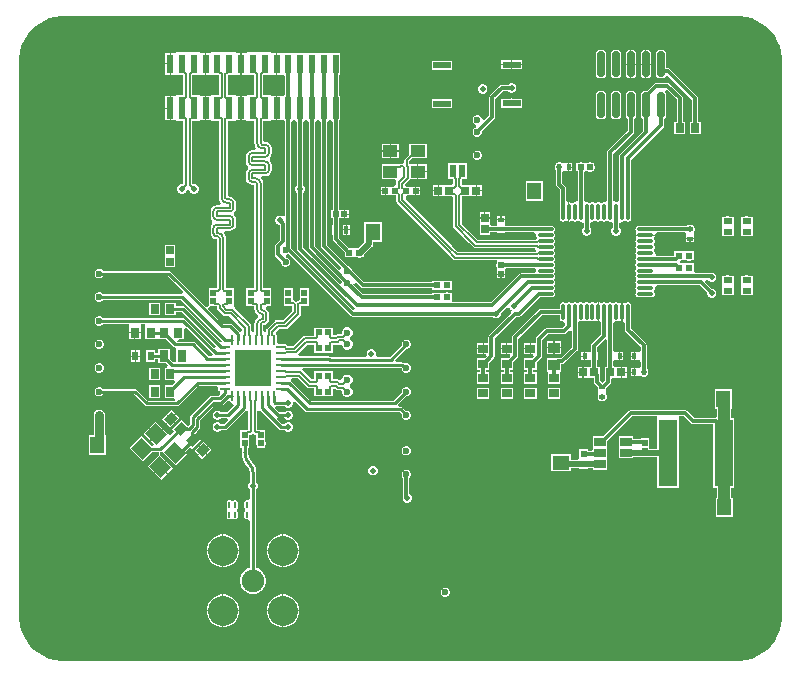
<source format=gtl>
G04*
G04 #@! TF.GenerationSoftware,Altium Limited,Altium Designer,24.4.1 (13)*
G04*
G04 Layer_Physical_Order=1*
G04 Layer_Color=255*
%FSLAX44Y44*%
%MOMM*%
G71*
G04*
G04 #@! TF.SameCoordinates,2EB5ED4D-3302-4EB3-8F75-9365195E6A89*
G04*
G04*
G04 #@! TF.FilePolarity,Positive*
G04*
G01*
G75*
%ADD13C,0.2000*%
%ADD14C,0.2540*%
%ADD16R,0.8500X0.7500*%
%ADD17R,1.0500X0.9000*%
%ADD18R,0.6000X0.5500*%
%ADD19R,0.6000X1.8500*%
%ADD20R,0.6000X1.6500*%
%ADD21R,0.8000X0.5000*%
%ADD22R,3.1000X3.1000*%
%ADD23O,0.2500X0.8500*%
%ADD24O,0.8500X0.2500*%
%ADD25R,0.7000X0.8500*%
%ADD26R,0.7500X0.8500*%
%ADD27R,0.4725X0.5393*%
%ADD28R,0.6500X0.6500*%
%ADD29R,1.0000X0.7000*%
%ADD30R,1.2546X1.4562*%
%ADD31R,1.4562X1.2546*%
%ADD32R,0.5500X0.6000*%
%ADD33R,1.6000X5.7000*%
G04:AMPARAMS|DCode=34|XSize=1.4mm|YSize=1.2mm|CornerRadius=0mm|HoleSize=0mm|Usage=FLASHONLY|Rotation=315.000|XOffset=0mm|YOffset=0mm|HoleType=Round|Shape=Rectangle|*
%AMROTATEDRECTD34*
4,1,4,-0.9192,0.0707,-0.0707,0.9192,0.9192,-0.0707,0.0707,-0.9192,-0.9192,0.0707,0.0*
%
%ADD34ROTATEDRECTD34*%

G04:AMPARAMS|DCode=35|XSize=0.75mm|YSize=0.9mm|CornerRadius=0mm|HoleSize=0mm|Usage=FLASHONLY|Rotation=315.000|XOffset=0mm|YOffset=0mm|HoleType=Round|Shape=Rectangle|*
%AMROTATEDRECTD35*
4,1,4,-0.5834,-0.0530,0.0530,0.5834,0.5834,0.0530,-0.0530,-0.5834,-0.5834,-0.0530,0.0*
%
%ADD35ROTATEDRECTD35*%

%ADD36R,0.8000X1.0000*%
%ADD37R,0.6000X0.8000*%
%ADD38R,0.8000X0.9500*%
G04:AMPARAMS|DCode=39|XSize=0.565mm|YSize=0.2mm|CornerRadius=0.05mm|HoleSize=0mm|Usage=FLASHONLY|Rotation=270.000|XOffset=0mm|YOffset=0mm|HoleType=Round|Shape=RoundedRectangle|*
%AMROUNDEDRECTD39*
21,1,0.5650,0.1000,0,0,270.0*
21,1,0.4650,0.2000,0,0,270.0*
1,1,0.1000,-0.0500,-0.2325*
1,1,0.1000,-0.0500,0.2325*
1,1,0.1000,0.0500,0.2325*
1,1,0.1000,0.0500,-0.2325*
%
%ADD39ROUNDEDRECTD39*%
%ADD40R,0.5393X0.4725*%
%ADD41R,1.5000X0.5500*%
%ADD42O,0.3000X1.4500*%
%ADD43O,1.4500X0.3000*%
%ADD44R,0.5200X0.5200*%
%ADD45R,0.5200X0.5200*%
%ADD46R,0.4000X0.5000*%
%ADD47R,0.5000X0.4000*%
%ADD48R,0.7154X0.6725*%
%ADD49R,0.6725X0.7154*%
%ADD50R,1.3000X1.0500*%
G04:AMPARAMS|DCode=51|XSize=0.65mm|YSize=2.2mm|CornerRadius=0.1625mm|HoleSize=0mm|Usage=FLASHONLY|Rotation=180.000|XOffset=0mm|YOffset=0mm|HoleType=Round|Shape=RoundedRectangle|*
%AMROUNDEDRECTD51*
21,1,0.6500,1.8750,0,0,180.0*
21,1,0.3250,2.2000,0,0,180.0*
1,1,0.3250,-0.1625,0.9375*
1,1,0.3250,0.1625,0.9375*
1,1,0.3250,0.1625,-0.9375*
1,1,0.3250,-0.1625,-0.9375*
%
%ADD51ROUNDEDRECTD51*%
%ADD52R,0.5750X1.1400*%
%ADD53R,0.7811X0.7121*%
%ADD54R,0.4500X0.6750*%
G04:AMPARAMS|DCode=70|XSize=0.565mm|YSize=0.4mm|CornerRadius=0.05mm|HoleSize=0mm|Usage=FLASHONLY|Rotation=270.000|XOffset=0mm|YOffset=0mm|HoleType=Round|Shape=RoundedRectangle|*
%AMROUNDEDRECTD70*
21,1,0.5650,0.3000,0,0,270.0*
21,1,0.4650,0.4000,0,0,270.0*
1,1,0.1000,-0.1500,-0.2325*
1,1,0.1000,-0.1500,0.2325*
1,1,0.1000,0.1500,0.2325*
1,1,0.1000,0.1500,-0.2325*
%
%ADD70ROUNDEDRECTD70*%
%ADD78C,0.1519*%
%ADD79C,0.5000*%
%ADD80C,0.3000*%
%ADD81C,0.2611*%
%ADD82C,0.6000*%
%ADD83C,1.0000*%
%ADD84C,0.7500*%
%ADD85C,2.5400*%
%ADD86C,1.9050*%
%ADD87C,0.5000*%
%ADD88C,1.0000*%
%ADD89C,4.0000*%
G36*
X610000Y547961D02*
X612488D01*
X617422Y547311D01*
X622228Y546023D01*
X626826Y544119D01*
X631135Y541631D01*
X635083Y538602D01*
X638602Y535083D01*
X641631Y531135D01*
X644119Y526826D01*
X646023Y522228D01*
X647311Y517422D01*
X647961Y512488D01*
X647961Y510000D01*
X647961Y40000D01*
Y37512D01*
X647311Y32578D01*
X646023Y27772D01*
X644119Y23174D01*
X641631Y18865D01*
X638602Y14917D01*
X635083Y11398D01*
X631135Y8369D01*
X626826Y5881D01*
X622228Y3977D01*
X617422Y2689D01*
X612488Y2039D01*
X610000Y2039D01*
X40000Y2039D01*
X37512Y2039D01*
X32578Y2689D01*
X27772Y3977D01*
X23174Y5881D01*
X18865Y8369D01*
X14917Y11398D01*
X11398Y14917D01*
X8369Y18865D01*
X5881Y23174D01*
X3977Y27772D01*
X2689Y32578D01*
X2039Y37512D01*
Y40000D01*
X2039Y510000D01*
Y512488D01*
X2689Y517422D01*
X3977Y522228D01*
X5881Y526826D01*
X8369Y531135D01*
X11398Y535083D01*
X14917Y538602D01*
X18865Y541631D01*
X23174Y544119D01*
X27771Y546023D01*
X32578Y547311D01*
X37512Y547961D01*
X40000Y547961D01*
X610000Y547961D01*
D02*
G37*
%LPC*%
G36*
X174500Y517250D02*
Y517250D01*
X165816D01*
X165500Y517250D01*
X163701Y516766D01*
X163500Y516766D01*
X160508D01*
Y507499D01*
Y498234D01*
X163701Y498234D01*
X165500Y497750D01*
X165816Y497750D01*
X171187D01*
Y480750D01*
X165816D01*
X165500Y480750D01*
X163701Y480266D01*
X163500Y480266D01*
X160508D01*
Y470001D01*
Y459734D01*
X163701Y459734D01*
X165500Y459250D01*
X165816Y459250D01*
X171187D01*
Y396473D01*
Y394204D01*
X171172D01*
X171406Y392429D01*
X171454Y392314D01*
X172091Y390776D01*
X172755Y389911D01*
X172068Y388118D01*
X171881Y387911D01*
X169510D01*
Y387970D01*
X167450Y387560D01*
X165704Y386393D01*
X164537Y384647D01*
X164128Y382588D01*
X164187D01*
Y378529D01*
X164128D01*
X164537Y376469D01*
X165704Y374723D01*
X165764Y374683D01*
Y372278D01*
X165704Y372238D01*
X164537Y370491D01*
X164128Y368432D01*
X164187D01*
Y364373D01*
X164128D01*
X164537Y362313D01*
X165704Y360567D01*
X167450Y359401D01*
X169437Y359006D01*
Y345319D01*
Y317907D01*
X168103D01*
X167880Y317862D01*
X162638D01*
Y309469D01*
Y304104D01*
X162638Y303487D01*
X160883Y301894D01*
X160384Y301912D01*
X130648Y331648D01*
X129892Y332153D01*
X129000Y332331D01*
X73349D01*
X72275Y333405D01*
X70799Y334016D01*
X69201D01*
X67725Y333405D01*
X66595Y332275D01*
X65984Y330799D01*
Y329201D01*
X66595Y327725D01*
X67725Y326595D01*
X69201Y325984D01*
X70799D01*
X72275Y326595D01*
X73349Y327669D01*
X128035D01*
X141165Y314539D01*
X141098Y314138D01*
X140000Y312331D01*
X73349D01*
X72275Y313405D01*
X70799Y314016D01*
X69201D01*
X67725Y313405D01*
X66595Y312275D01*
X65984Y310799D01*
Y309201D01*
X66595Y307725D01*
X67725Y306595D01*
X69201Y305984D01*
X70799D01*
X72275Y306595D01*
X73349Y307669D01*
X139035D01*
X173660Y273044D01*
X173288Y270912D01*
X173185Y270772D01*
X173095Y270742D01*
X142188Y301648D01*
X141432Y302153D01*
X140540Y302331D01*
X134766D01*
Y305266D01*
X125234D01*
Y294734D01*
X134766D01*
Y297669D01*
X139575D01*
X168777Y268467D01*
X168118Y266297D01*
X168019Y266277D01*
X142648Y291648D01*
X141892Y292153D01*
X141000Y292331D01*
X73349D01*
X72275Y293405D01*
X70799Y294016D01*
X69201D01*
X67725Y293405D01*
X66595Y292275D01*
X65984Y290799D01*
Y289201D01*
X66595Y287725D01*
X67725Y286595D01*
X69201Y285984D01*
X70799D01*
X72275Y286595D01*
X73349Y287669D01*
X94750D01*
X94984Y285766D01*
X94984Y285669D01*
Y280508D01*
X100000D01*
X105016D01*
Y285669D01*
X105016Y285766D01*
X105250Y287669D01*
X108250D01*
X108484Y285766D01*
X108484Y285669D01*
Y274234D01*
X118191D01*
X118516Y274234D01*
Y274234D01*
X119984Y274734D01*
X119984Y274734D01*
X125720D01*
X132102Y268352D01*
X132858Y267847D01*
X133750Y267669D01*
X134147D01*
X134984Y266016D01*
X134984Y265669D01*
Y254831D01*
X132465D01*
X130016Y257280D01*
Y266016D01*
X119984D01*
Y262331D01*
X117516D01*
Y265016D01*
X109484D01*
Y254984D01*
X117516D01*
Y257669D01*
X119984D01*
Y253984D01*
X126720D01*
X128438Y252266D01*
X127609Y250266D01*
X125234D01*
Y239734D01*
X133109D01*
X133938Y237734D01*
X131470Y235266D01*
X125234D01*
Y224734D01*
X132938Y224734D01*
X134218Y222734D01*
X134032Y222331D01*
X110965D01*
X101648Y231648D01*
X100892Y232153D01*
X100000Y232331D01*
X73349D01*
X72275Y233405D01*
X70799Y234016D01*
X69201D01*
X67725Y233405D01*
X66595Y232275D01*
X65984Y230799D01*
Y229201D01*
X66595Y227725D01*
X67725Y226595D01*
X69201Y225984D01*
X70799D01*
X72275Y226595D01*
X73349Y227669D01*
X99035D01*
X108352Y218352D01*
X109108Y217847D01*
X110000Y217669D01*
X136000D01*
X136892Y217847D01*
X137648Y218352D01*
X154466Y235169D01*
X169653D01*
X170728Y233587D01*
X170823Y233169D01*
X170690Y232500D01*
X170865Y231616D01*
X171366Y230866D01*
X171882Y230522D01*
X172202Y229821D01*
X172449Y228260D01*
X170775Y226585D01*
X165254D01*
X164363Y226408D01*
X163606Y225903D01*
X147629Y209925D01*
X147124Y209169D01*
X146946Y208277D01*
Y202504D01*
X145155Y200713D01*
X144982D01*
X144778Y200917D01*
X144587Y201044D01*
X139622Y206009D01*
X131821Y198208D01*
X133543Y196486D01*
X130650Y193592D01*
X128086Y193857D01*
X123552Y198391D01*
X118591Y193429D01*
X113630Y188468D01*
X116277Y185821D01*
X115504Y183801D01*
X114246Y183655D01*
X105504Y192397D01*
X95582Y182475D01*
X106919Y171138D01*
X114510Y178730D01*
X120793D01*
X120914Y177183D01*
X120657Y176437D01*
X119692Y175472D01*
X116459Y172239D01*
X121768Y166930D01*
X126370Y171532D01*
X122470Y175431D01*
X121182Y176719D01*
X121500Y178594D01*
X123224Y178875D01*
X134496Y167603D01*
X144418Y177525D01*
X142696Y179247D01*
X146739Y183290D01*
X148461Y181568D01*
X156262Y189369D01*
X151298Y194334D01*
X151170Y194524D01*
X152257Y196194D01*
X154481Y198417D01*
X154986Y199174D01*
X155164Y200065D01*
Y205839D01*
X167693Y218368D01*
X173213D01*
X174105Y218545D01*
X174861Y219050D01*
X178260Y222449D01*
X179822Y222202D01*
X180522Y221882D01*
X180866Y221366D01*
X181616Y220865D01*
X182500Y220690D01*
X183797Y219020D01*
X183865Y218412D01*
X177785Y212331D01*
X173326D01*
X172266Y213391D01*
X170796Y214000D01*
X169204D01*
X167734Y213391D01*
X166609Y212266D01*
X166000Y210796D01*
Y209204D01*
X166609Y207734D01*
X167734Y206609D01*
X169204Y206000D01*
X170796D01*
X172266Y206609D01*
X173326Y207669D01*
X178045D01*
X178945Y205788D01*
X178950Y205746D01*
X175535Y202331D01*
X173326D01*
X172266Y203391D01*
X170796Y204000D01*
X169204D01*
X167734Y203391D01*
X166609Y202266D01*
X166000Y200796D01*
Y199204D01*
X166609Y197734D01*
X167734Y196609D01*
X169204Y196000D01*
X170796D01*
X172266Y196609D01*
X173326Y197669D01*
X176500D01*
X177392Y197847D01*
X178148Y198352D01*
X194148Y214352D01*
X194187Y214410D01*
X196187Y213803D01*
Y197907D01*
X194853D01*
X194630Y197862D01*
X189388D01*
Y189469D01*
Y182138D01*
X190390D01*
Y178510D01*
X190361D01*
X190695Y175116D01*
X191685Y171852D01*
X193293Y168844D01*
X195457Y166207D01*
X195457Y166207D01*
X196565Y164666D01*
X196742Y164401D01*
X197159Y162309D01*
X197140Y162214D01*
Y152796D01*
X196609Y152266D01*
X196000Y150796D01*
Y149204D01*
X196609Y147734D01*
X197140Y147204D01*
Y139627D01*
X195500Y138141D01*
X194500D01*
X193340Y137660D01*
X192859Y136500D01*
Y131850D01*
X193142Y131167D01*
X193340Y129310D01*
X192859Y128150D01*
X192859Y127446D01*
Y123500D01*
X193340Y122340D01*
X194500Y121859D01*
X195500D01*
X197140Y120373D01*
Y80647D01*
X195745Y80274D01*
X193231Y78822D01*
X191178Y76769D01*
X189726Y74255D01*
X188975Y71451D01*
Y68548D01*
X189726Y65745D01*
X191178Y63231D01*
X193231Y61178D01*
X195745Y59726D01*
X198549Y58975D01*
X201451D01*
X204256Y59726D01*
X206770Y61178D01*
X208822Y63231D01*
X210274Y65745D01*
X211025Y68548D01*
Y71451D01*
X210274Y74255D01*
X208822Y76769D01*
X206770Y78822D01*
X204256Y80274D01*
X202861Y80647D01*
Y125825D01*
Y134175D01*
Y147204D01*
X203391Y147734D01*
X204000Y149204D01*
Y150796D01*
X203391Y152266D01*
X202861Y152796D01*
Y162214D01*
X202903D01*
X202514Y165175D01*
X201371Y167934D01*
X199553Y170303D01*
X199553Y170303D01*
X198321Y171793D01*
X197647Y172672D01*
X196481Y175488D01*
X196094Y178426D01*
X196110Y178510D01*
Y182138D01*
X197112D01*
Y193299D01*
X197601D01*
X198482Y193475D01*
X199230Y193974D01*
X200000Y194744D01*
X200770Y193974D01*
X201518Y193475D01*
X202399Y193299D01*
X202888D01*
Y189469D01*
X202888Y189469D01*
X202891Y187469D01*
X202750Y187130D01*
Y185539D01*
X203359Y184069D01*
X203372Y184056D01*
Y182622D01*
X205261D01*
X205954Y182334D01*
X207546D01*
X208239Y182622D01*
X210128D01*
Y184056D01*
X210141Y184069D01*
X210750Y185539D01*
Y187130D01*
X210610Y187469D01*
X210612Y189469D01*
X210612D01*
Y197862D01*
X205370D01*
X205147Y197907D01*
X203813D01*
Y213803D01*
X205813Y214410D01*
X205852Y214352D01*
X221852Y198352D01*
X222608Y197847D01*
X223500Y197669D01*
X226674D01*
X227734Y196609D01*
X229204Y196000D01*
X230796D01*
X232266Y196609D01*
X233391Y197734D01*
X234000Y199204D01*
Y200796D01*
X233391Y202266D01*
X232266Y203391D01*
X230796Y204000D01*
X229204D01*
X227734Y203391D01*
X226674Y202331D01*
X224466D01*
X220613Y206184D01*
X220796Y207045D01*
X221485Y208140D01*
X226441D01*
X226609Y207734D01*
X227734Y206609D01*
X229204Y206000D01*
X230796D01*
X232266Y206609D01*
X233391Y207734D01*
X234000Y209204D01*
Y210796D01*
X233391Y212266D01*
X232266Y213391D01*
X230796Y214000D01*
X229204D01*
X227734Y213391D01*
X227145Y212801D01*
X221995D01*
X219127Y215669D01*
X219956Y217669D01*
X226674D01*
X227734Y216609D01*
X229204Y216000D01*
X230796D01*
X232266Y216609D01*
X233391Y217734D01*
X234000Y219204D01*
Y220796D01*
X233944Y220932D01*
X235639Y222065D01*
X244352Y213352D01*
X245108Y212847D01*
X246000Y212669D01*
X324035D01*
X325984Y210720D01*
Y209201D01*
X326595Y207725D01*
X327725Y206595D01*
X329201Y205984D01*
X330799D01*
X332275Y206595D01*
X333405Y207725D01*
X334016Y209201D01*
Y210799D01*
X333405Y212275D01*
X332275Y213405D01*
X330799Y214016D01*
X329280D01*
X326648Y216648D01*
X325892Y217153D01*
X325000Y217331D01*
X323456D01*
X322627Y219331D01*
X329280Y225984D01*
X330799D01*
X332275Y226595D01*
X333405Y227725D01*
X334016Y229201D01*
Y230799D01*
X333405Y232275D01*
X332275Y233405D01*
X330799Y234016D01*
X329201D01*
X327725Y233405D01*
X326595Y232275D01*
X325984Y230799D01*
Y229280D01*
X319035Y222331D01*
X248965D01*
X232148Y239148D01*
X232090Y239187D01*
X232697Y241187D01*
X238055D01*
X245881Y233361D01*
X246628Y232862D01*
X247509Y232687D01*
X252093D01*
Y231353D01*
X252138Y231130D01*
Y225888D01*
X267862D01*
Y231130D01*
X267907Y231353D01*
Y231917D01*
X269907Y232368D01*
X270413Y231861D01*
X271160Y231362D01*
X272042Y231187D01*
X273652D01*
X275500Y230895D01*
Y229105D01*
X276185Y227451D01*
X277451Y226185D01*
X279105Y225500D01*
X280895D01*
X282549Y226185D01*
X283815Y227451D01*
X284500Y229105D01*
Y230895D01*
X283815Y232549D01*
X282549Y233815D01*
X282301Y233918D01*
Y236082D01*
X282549Y236185D01*
X283815Y237451D01*
X284500Y239105D01*
Y240895D01*
X283815Y242549D01*
X282549Y243815D01*
X280895Y244500D01*
X279105D01*
X277451Y243815D01*
X276185Y242549D01*
X275500Y240895D01*
Y240388D01*
X273500Y239560D01*
X273421Y239639D01*
X272674Y240138D01*
X271792Y240313D01*
X267907D01*
Y241647D01*
X267862Y241870D01*
Y247112D01*
X252138D01*
Y241870D01*
X252093Y241647D01*
Y240313D01*
X249714D01*
X241889Y248139D01*
X241843Y248169D01*
X242450Y250169D01*
X325452D01*
X325984Y249637D01*
Y249201D01*
X326595Y247725D01*
X327725Y246595D01*
X329201Y245984D01*
X330799D01*
X332275Y246595D01*
X333405Y247725D01*
X334016Y249201D01*
Y250799D01*
X333405Y252275D01*
X332275Y253405D01*
X330799Y254016D01*
X329201D01*
X328492Y253722D01*
X328066Y254148D01*
X327310Y254653D01*
X326418Y254831D01*
X320956D01*
X320127Y256831D01*
X329280Y265984D01*
X330799D01*
X332275Y266595D01*
X333405Y267725D01*
X334016Y269201D01*
Y270799D01*
X333405Y272275D01*
X332275Y273405D01*
X330799Y274016D01*
X329201D01*
X327725Y273405D01*
X326595Y272275D01*
X325984Y270799D01*
Y269280D01*
X315765Y259061D01*
X305527D01*
X304191Y261061D01*
X304250Y261204D01*
Y262796D01*
X303641Y264266D01*
X302516Y265391D01*
X301046Y266000D01*
X299454D01*
X297984Y265391D01*
X296859Y264266D01*
X296250Y262796D01*
Y261204D01*
X296310Y261061D01*
X294973Y259061D01*
X265932D01*
X265845Y259148D01*
X265089Y259653D01*
X264196Y259831D01*
X238648D01*
X238041Y261831D01*
X238087Y261861D01*
X245912Y269687D01*
X252093D01*
Y268353D01*
X252138Y268130D01*
Y262888D01*
X267862D01*
Y268130D01*
X267907Y268353D01*
Y269687D01*
X271792D01*
X272674Y269862D01*
X273421Y270361D01*
X273500Y270440D01*
X275500Y269612D01*
Y269105D01*
X276185Y267451D01*
X277451Y266185D01*
X279105Y265500D01*
X280895D01*
X282549Y266185D01*
X283815Y267451D01*
X284500Y269105D01*
Y270895D01*
X283815Y272549D01*
X282549Y273815D01*
X282301Y273918D01*
Y276082D01*
X282549Y276185D01*
X283815Y277451D01*
X284500Y279105D01*
Y280895D01*
X283815Y282549D01*
X282549Y283815D01*
X280895Y284500D01*
X279105D01*
X277451Y283815D01*
X276185Y282549D01*
X275500Y280895D01*
Y279105D01*
X273652Y278813D01*
X272042D01*
X271160Y278638D01*
X270413Y278139D01*
X269907Y277632D01*
X267907Y278083D01*
Y278647D01*
X267862Y278870D01*
Y284112D01*
X252138D01*
Y278870D01*
X252093Y278647D01*
Y277313D01*
X243708D01*
X242826Y277138D01*
X242079Y276639D01*
X234253Y268813D01*
X229430D01*
X228983Y269483D01*
X228073Y270090D01*
X227000Y270304D01*
X222205D01*
X220813Y270813D01*
X220304Y272204D01*
Y277000D01*
X220091Y278073D01*
X219483Y278983D01*
X220169Y280930D01*
X222132Y282893D01*
X227697D01*
X228579Y283068D01*
X229326Y283568D01*
X239888Y294130D01*
X240388Y294877D01*
X240563Y295759D01*
Y302138D01*
X247362D01*
Y312538D01*
X247500Y312870D01*
Y314461D01*
X247362Y314794D01*
Y317862D01*
X239638D01*
Y314794D01*
X239500Y314461D01*
Y312870D01*
X239638Y312538D01*
Y307157D01*
X239149D01*
X238268Y306982D01*
X237520Y306482D01*
X236750Y305712D01*
X235980Y306482D01*
X235232Y306982D01*
X234351Y307157D01*
X233862D01*
Y312538D01*
X234000Y312870D01*
Y314461D01*
X233862Y314794D01*
Y317862D01*
X226138D01*
Y314794D01*
X226000Y314461D01*
Y312870D01*
X226138Y312538D01*
Y302138D01*
X232937D01*
Y297964D01*
X225492Y290519D01*
X219927D01*
X219046Y290344D01*
X218298Y289845D01*
X211862Y283408D01*
X211362Y282661D01*
X211187Y281779D01*
Y281562D01*
X210000Y280874D01*
X208813Y281562D01*
Y286334D01*
X210462Y286662D01*
X212208Y287828D01*
X213375Y289574D01*
X213784Y291634D01*
X213725D01*
Y295693D01*
X213784D01*
X213375Y297752D01*
X212208Y299499D01*
X211251Y300138D01*
X211858Y302138D01*
X215612D01*
Y309469D01*
Y317862D01*
X208813D01*
Y393500D01*
Y406189D01*
X208828D01*
X208594Y407964D01*
X208546Y408079D01*
X207909Y409617D01*
X207245Y410482D01*
X207932Y412275D01*
X208119Y412482D01*
X210491D01*
Y412423D01*
X212550Y412833D01*
X214296Y414000D01*
X215463Y415746D01*
X215872Y417805D01*
X215813D01*
Y421864D01*
X215872D01*
X215463Y423924D01*
X214296Y425670D01*
X214236Y425710D01*
Y428115D01*
X214296Y428156D01*
X215463Y429902D01*
X215872Y431961D01*
X215813D01*
Y436020D01*
X215872D01*
X215463Y438080D01*
X214296Y439826D01*
X212550Y440992D01*
X210491Y441402D01*
Y441402D01*
X208813Y442181D01*
Y459250D01*
X214184D01*
X214500Y459250D01*
X216299Y459734D01*
X216500Y459734D01*
X219493D01*
Y470001D01*
Y480266D01*
X216299Y480266D01*
X214500Y480750D01*
X214184Y480750D01*
X208813D01*
Y497750D01*
X214184D01*
X214500Y497750D01*
X216299Y498234D01*
X216500Y498234D01*
X219493D01*
Y507499D01*
Y516766D01*
X216299Y516766D01*
X214500Y517250D01*
X214184Y517250D01*
X205500D01*
Y517250D01*
X204500D01*
Y517250D01*
X195816D01*
X195500Y517250D01*
X193701Y516766D01*
X193500Y516766D01*
X190508D01*
Y507499D01*
Y498234D01*
X193701Y498234D01*
X195500Y497750D01*
X195816Y497750D01*
X201187D01*
Y480750D01*
X195816D01*
X195500Y480750D01*
X193701Y480266D01*
X193500Y480266D01*
X190508D01*
Y470001D01*
Y459734D01*
X193701Y459734D01*
X195500Y459250D01*
X195816Y459250D01*
X201187D01*
Y440558D01*
X201172D01*
X201406Y438784D01*
X201454Y438669D01*
X202091Y437130D01*
X202755Y436265D01*
X202068Y434472D01*
X201881Y434265D01*
X199510D01*
Y434324D01*
X197450Y433914D01*
X195704Y432748D01*
X194537Y431002D01*
X194128Y428942D01*
X194187D01*
Y424883D01*
X194128D01*
X194537Y422824D01*
X195704Y421078D01*
X195764Y421037D01*
Y418632D01*
X195704Y418592D01*
X194537Y416846D01*
X194128Y414786D01*
X194187D01*
Y410727D01*
X194128D01*
X194537Y408668D01*
X195704Y406922D01*
X197450Y405755D01*
X199510Y405345D01*
Y405345D01*
X201187Y404566D01*
Y393500D01*
Y317862D01*
X194388D01*
Y309469D01*
Y302138D01*
X199630D01*
X199853Y302093D01*
X200840D01*
X201172Y300231D01*
X201406Y298456D01*
X201454Y298341D01*
X202091Y296803D01*
X203181Y295383D01*
X203835Y294881D01*
X203970Y294556D01*
Y292771D01*
X203835Y292446D01*
X203181Y291944D01*
X202091Y290524D01*
X201454Y288986D01*
X201406Y288871D01*
X201172Y287096D01*
X201187D01*
Y281562D01*
X200000Y280874D01*
X198813Y281562D01*
Y285260D01*
X198638Y286142D01*
X198139Y286889D01*
X184589Y300439D01*
X183862Y302138D01*
X183862Y302138D01*
Y309469D01*
Y317862D01*
X178620D01*
X178397Y317907D01*
X177063D01*
Y345319D01*
Y359835D01*
X177078D01*
X176844Y361609D01*
X176796Y361724D01*
X176159Y363263D01*
X175495Y364128D01*
X176182Y365921D01*
X176369Y366128D01*
X180491D01*
Y366069D01*
X182550Y366479D01*
X184296Y367645D01*
X185463Y369391D01*
X185872Y371451D01*
X185813D01*
Y375510D01*
X185872D01*
X185463Y377569D01*
X184296Y379315D01*
X184236Y379356D01*
Y381761D01*
X184296Y381801D01*
X185463Y383547D01*
X185872Y385607D01*
X185813D01*
Y389666D01*
X185872D01*
X185463Y391725D01*
X184296Y393471D01*
X182550Y394638D01*
X180491Y395048D01*
Y395048D01*
X178813Y395827D01*
Y396473D01*
Y459250D01*
X184184D01*
X184500Y459250D01*
X186299Y459734D01*
X186500Y459734D01*
X189492D01*
Y470001D01*
Y480266D01*
X186299Y480266D01*
X184500Y480750D01*
X184184Y480750D01*
X178813D01*
Y497750D01*
X184184D01*
X184500Y497750D01*
X186299Y498234D01*
X186500Y498234D01*
X189492D01*
Y507499D01*
Y516766D01*
X186299Y516766D01*
X184500Y517250D01*
X184184Y517250D01*
X175500D01*
Y517250D01*
X174500D01*
D02*
G37*
G36*
X144500D02*
Y517250D01*
X135816D01*
X135500Y517250D01*
X133701Y516766D01*
X133500Y516766D01*
X130507D01*
Y507499D01*
Y498234D01*
X133701Y498234D01*
X135500Y497750D01*
X135816Y497750D01*
X141187D01*
Y480750D01*
X135816D01*
X135500Y480750D01*
X133701Y480266D01*
X133500Y480266D01*
X130507D01*
Y470001D01*
Y459734D01*
X133701Y459734D01*
X135500Y459250D01*
X135816Y459250D01*
X141187D01*
Y405945D01*
X140742Y405500D01*
X139204D01*
X137734Y404891D01*
X136609Y403766D01*
X136000Y402296D01*
Y400704D01*
X136609Y399234D01*
X137734Y398109D01*
X139204Y397500D01*
X140796D01*
X142266Y398109D01*
X143391Y399234D01*
X143616Y399777D01*
X145000Y400327D01*
X146384Y399777D01*
X146609Y399234D01*
X147734Y398109D01*
X149204Y397500D01*
X150796D01*
X152266Y398109D01*
X153391Y399234D01*
X154000Y400704D01*
Y402296D01*
X153391Y403766D01*
X152266Y404891D01*
X150796Y405500D01*
X149258D01*
X148813Y405945D01*
Y459250D01*
X154185D01*
X154500Y459250D01*
X156299Y459734D01*
X156500Y459734D01*
X159492D01*
Y470001D01*
Y480266D01*
X156299Y480266D01*
X154500Y480750D01*
X154185Y480750D01*
X148813D01*
Y497750D01*
X154185D01*
X154500Y497750D01*
X156299Y498234D01*
X156500Y498234D01*
X159492D01*
Y507499D01*
Y516766D01*
X156299Y516766D01*
X154500Y517250D01*
X154185Y517250D01*
X145500D01*
Y517250D01*
X144500D01*
D02*
G37*
G36*
X234016Y516766D02*
Y516766D01*
X226016D01*
X225984Y516766D01*
X224016D01*
X223984Y516766D01*
X220509D01*
Y507499D01*
Y498234D01*
X223984D01*
X224016Y498234D01*
X225984D01*
X227435Y496829D01*
Y481671D01*
X225984Y480266D01*
X224016D01*
X223984Y480266D01*
X220509D01*
Y470001D01*
Y459734D01*
X223984D01*
X224016Y459734D01*
X225984D01*
X227435Y458329D01*
Y401500D01*
X227460Y401375D01*
X227435Y401250D01*
Y379050D01*
X225435Y378222D01*
X225266Y378391D01*
X223796Y379000D01*
X222204D01*
X220734Y378391D01*
X219609Y377266D01*
X219000Y375796D01*
Y374204D01*
X219609Y372734D01*
X220734Y371609D01*
X222204Y371000D01*
X223185D01*
Y358701D01*
X219186Y354702D01*
X218630Y353870D01*
X218435Y352888D01*
Y346148D01*
X218630Y345167D01*
X219186Y344334D01*
X223614Y339906D01*
Y338719D01*
X224225Y337243D01*
X225355Y336114D01*
X226831Y335502D01*
X228429D01*
X229905Y336114D01*
X231035Y337243D01*
X231646Y338719D01*
Y340317D01*
X231035Y341793D01*
X229905Y342923D01*
X228429Y343534D01*
Y345502D01*
X229905Y346114D01*
X230332Y346540D01*
X282686Y294186D01*
X283518Y293630D01*
X284500Y293435D01*
X403158D01*
X403984Y292609D01*
X405454Y292000D01*
X407046D01*
X408516Y292609D01*
X409641Y293734D01*
X410250Y295204D01*
Y296372D01*
X415347Y301469D01*
X415518Y301490D01*
X417590Y300884D01*
X417859Y300234D01*
X418600Y299494D01*
X418973Y298916D01*
X418866Y296993D01*
X400186Y278314D01*
X399630Y277482D01*
X399435Y276500D01*
Y271266D01*
X395508D01*
Y266500D01*
Y261734D01*
X397278D01*
X398106Y259734D01*
X396638Y258266D01*
X389734D01*
Y248734D01*
X392435D01*
Y246266D01*
X389734D01*
Y236734D01*
X400266D01*
Y246266D01*
X397565D01*
Y248734D01*
X400266D01*
Y254638D01*
X403814Y258186D01*
X404370Y259018D01*
X404565Y260000D01*
Y275437D01*
X422563Y293435D01*
X425500D01*
X426482Y293630D01*
X427314Y294186D01*
X443063Y309935D01*
X453500D01*
X454482Y310130D01*
X455314Y310686D01*
X455870Y311518D01*
X456065Y312500D01*
X455870Y313482D01*
X455314Y314314D01*
Y315686D01*
X455870Y316518D01*
X456065Y317500D01*
X455870Y318482D01*
X455314Y319314D01*
Y320686D01*
X455870Y321518D01*
X456065Y322500D01*
X455870Y323482D01*
X455314Y324314D01*
Y325686D01*
X455870Y326518D01*
X456065Y327500D01*
X455870Y328482D01*
X455314Y329314D01*
Y330686D01*
X455870Y331518D01*
X456065Y332500D01*
X455870Y333482D01*
X455314Y334314D01*
Y335686D01*
X455870Y336518D01*
X456065Y337500D01*
X455870Y338482D01*
X455314Y339314D01*
Y340686D01*
X455870Y341518D01*
X456065Y342500D01*
X455870Y343482D01*
X455314Y344314D01*
Y345686D01*
X455870Y346518D01*
X456065Y347500D01*
X455870Y348482D01*
X455314Y349314D01*
Y350686D01*
X455870Y351518D01*
X456065Y352500D01*
X455870Y353482D01*
X455314Y354314D01*
Y355686D01*
X455870Y356518D01*
X456065Y357500D01*
X455870Y358482D01*
X455314Y359314D01*
Y360686D01*
X455870Y361518D01*
X456065Y362500D01*
X455870Y363482D01*
X455314Y364314D01*
Y365686D01*
X455870Y366518D01*
X456065Y367500D01*
X455870Y368482D01*
X455314Y369314D01*
X454482Y369870D01*
X453500Y370065D01*
X415343D01*
X413516Y370516D01*
Y372484D01*
X413516Y372516D01*
Y374992D01*
X409999D01*
X406484D01*
Y372516D01*
X406484Y372484D01*
Y370516D01*
X404657Y370065D01*
X402043D01*
X400628Y371479D01*
X400628Y374093D01*
Y376563D01*
X396250D01*
X391872D01*
Y374093D01*
X391872Y372478D01*
X391872Y370479D01*
Y362907D01*
X400628D01*
Y364935D01*
X406484D01*
Y364484D01*
X413516D01*
Y364935D01*
X438195D01*
X438630Y364495D01*
X439521Y362935D01*
X439435Y362500D01*
X439630Y361518D01*
X440186Y360686D01*
Y360356D01*
X438497Y358563D01*
X390343D01*
X387453Y361454D01*
X387453Y361454D01*
X376719Y372188D01*
Y393643D01*
X377439Y395384D01*
X377638Y395423D01*
X388803D01*
Y400000D01*
Y404577D01*
X377638D01*
X377439Y404616D01*
X376719Y406357D01*
Y408964D01*
X376859Y409104D01*
X376859Y409104D01*
X377304Y409771D01*
X377407Y410284D01*
X381171D01*
Y423716D01*
X373389D01*
Y423716D01*
X372921D01*
Y423716D01*
X365139D01*
Y410284D01*
X368904D01*
X369006Y409771D01*
X369452Y409104D01*
X369592Y408964D01*
Y406357D01*
X368871Y404616D01*
X368673Y404577D01*
X357508D01*
Y399999D01*
X357000D01*
D01*
X357508D01*
Y395423D01*
X368673D01*
X368871Y395384D01*
X369592Y393643D01*
Y370088D01*
X369592Y370087D01*
X369748Y369301D01*
X370194Y368634D01*
X383336Y355492D01*
X383336Y355492D01*
X386789Y352039D01*
X386789Y352038D01*
X387456Y351593D01*
X388243Y351437D01*
X388243Y351437D01*
X438456D01*
X439320Y349436D01*
X438497Y348563D01*
X373344D01*
X368454Y353453D01*
X368453Y353453D01*
X368453Y353454D01*
X329232Y392676D01*
X329234Y395066D01*
X330561Y396384D01*
X333616Y396384D01*
X335616Y396384D01*
X337492D01*
Y400000D01*
Y403616D01*
X335616D01*
X334384Y403616D01*
X332384Y403616D01*
X329692D01*
X329031Y405616D01*
X332437Y409023D01*
X332437Y409023D01*
X332883Y409690D01*
X332942Y409984D01*
X338992D01*
Y416250D01*
Y422516D01*
X332390D01*
Y424983D01*
X334891Y427484D01*
X347016D01*
Y440016D01*
X331984D01*
Y430391D01*
X328881Y427288D01*
X328435Y426621D01*
X328279Y425834D01*
X328279Y425834D01*
Y424296D01*
X328221Y424175D01*
X326796Y422695D01*
X326796Y422695D01*
X324796D01*
X324095Y422556D01*
X320750D01*
X320551Y422516D01*
X308984D01*
Y409984D01*
X320630D01*
X321592Y408039D01*
X321583Y407984D01*
X321437Y407249D01*
X321437Y407249D01*
Y405602D01*
X319439Y403616D01*
X316384Y403616D01*
X314384Y403616D01*
X312509D01*
Y400001D01*
Y396384D01*
X314384D01*
X315616Y396384D01*
X317616Y396384D01*
X321401D01*
X321437Y396377D01*
X321437Y396377D01*
Y391243D01*
X321437Y391243D01*
X321593Y390456D01*
X322038Y389789D01*
X323805Y388023D01*
X323805Y388023D01*
X323805Y388023D01*
X362531Y349297D01*
X362531Y349297D01*
X369789Y342038D01*
X370456Y341593D01*
X371243Y341437D01*
X371243Y341437D01*
X404517D01*
X406384Y341116D01*
Y339223D01*
X406000Y338296D01*
Y336704D01*
X406384Y335777D01*
X406384Y333884D01*
X406384Y331884D01*
Y330007D01*
X410000D01*
X413616D01*
Y331884D01*
X413616Y333116D01*
X414054Y334935D01*
X438195D01*
X438630Y334495D01*
X439521Y332935D01*
X439435Y332500D01*
X439521Y332065D01*
X438630Y330505D01*
X438195Y330065D01*
X427000D01*
X426018Y329870D01*
X425186Y329314D01*
X401437Y305565D01*
X369989D01*
X368266Y306234D01*
X368266Y307565D01*
Y313766D01*
X365611D01*
X365046Y314000D01*
X363454D01*
X362889Y313766D01*
X360234Y313766D01*
X358234Y313766D01*
X351734D01*
Y312565D01*
X293313D01*
X285058Y320820D01*
X285128Y321416D01*
X287227Y322146D01*
X291186Y318186D01*
X292018Y317630D01*
X293000Y317435D01*
X351734D01*
Y316234D01*
X358234D01*
X359766Y316234D01*
X362889Y316234D01*
X363454Y316000D01*
X365046D01*
X365611Y316234D01*
X368266D01*
Y323766D01*
X365611D01*
X365046Y324000D01*
X363454D01*
X362889Y323766D01*
X360234Y323766D01*
X358234Y323766D01*
X351734D01*
Y322565D01*
X294063D01*
X284016Y332612D01*
Y333049D01*
X283405Y334525D01*
X282275Y335655D01*
X280799Y336266D01*
X280362D01*
X262565Y354062D01*
Y401250D01*
X262540Y401375D01*
X262565Y401500D01*
Y458329D01*
X264016Y459734D01*
X265984D01*
X267435Y458329D01*
Y383378D01*
X266287D01*
Y376622D01*
X267435D01*
Y371391D01*
X266734D01*
Y362609D01*
X267435D01*
Y359250D01*
X267630Y358268D01*
X268186Y357436D01*
X277734Y347888D01*
Y343734D01*
X284234D01*
X285766Y343734D01*
X288889Y343734D01*
X289454Y343500D01*
X291046D01*
X291611Y343734D01*
X294266D01*
Y346196D01*
X300504Y352434D01*
X301281Y353597D01*
X301554Y354969D01*
Y356703D01*
X309031D01*
Y373297D01*
X294453D01*
Y361573D01*
X294384Y361227D01*
Y356454D01*
X289413Y351483D01*
X288889Y351266D01*
X286234Y351266D01*
X284234Y351266D01*
X281612D01*
X272565Y360312D01*
Y362609D01*
X273266D01*
Y371391D01*
X272565D01*
Y376622D01*
X276823D01*
Y380000D01*
Y383378D01*
X272565D01*
Y459734D01*
X274016D01*
Y480266D01*
X272565D01*
Y498234D01*
X274016D01*
Y516766D01*
X266016D01*
X265984Y516766D01*
X264016D01*
X263984Y516766D01*
X256016D01*
X255984Y516766D01*
X254016D01*
X253984Y516766D01*
X246016D01*
X245984Y516766D01*
X244016D01*
X243984Y516766D01*
X235984D01*
Y516766D01*
X234016D01*
D02*
G37*
G36*
X129492Y516766D02*
X125984D01*
Y508007D01*
X129492D01*
Y516766D01*
D02*
G37*
G36*
X534325Y519368D02*
X533208D01*
Y507808D01*
X537018D01*
Y516675D01*
X536813Y517705D01*
X536229Y518579D01*
X535355Y519163D01*
X534325Y519368D01*
D02*
G37*
G36*
X521625D02*
X520508D01*
Y507808D01*
X524318D01*
Y516675D01*
X524113Y517705D01*
X523529Y518579D01*
X522655Y519163D01*
X521625Y519368D01*
D02*
G37*
G36*
X532192D02*
X531075D01*
X530045Y519163D01*
X529171Y518579D01*
X528587Y517705D01*
X528382Y516675D01*
Y507808D01*
X532192D01*
Y519368D01*
D02*
G37*
G36*
X519492D02*
X518375D01*
X517345Y519163D01*
X516471Y518579D01*
X515887Y517705D01*
X515682Y516675D01*
Y507808D01*
X519492D01*
Y519368D01*
D02*
G37*
G36*
X427516Y510516D02*
X419508D01*
Y507259D01*
X427516D01*
Y510516D01*
D02*
G37*
G36*
X418492D02*
X410484D01*
Y507259D01*
X418492D01*
Y510516D01*
D02*
G37*
G36*
X427516Y506243D02*
X419508D01*
Y502984D01*
X427516D01*
Y506243D01*
D02*
G37*
G36*
X418492D02*
X410484D01*
Y502984D01*
X418492D01*
Y506243D01*
D02*
G37*
G36*
X360796Y510250D02*
X359204D01*
X358639Y510016D01*
X351484D01*
Y502484D01*
X358639D01*
X359204Y502250D01*
X360796D01*
X361361Y502484D01*
X368516D01*
Y510016D01*
X361361D01*
X360796Y510250D01*
D02*
G37*
G36*
X129492Y506991D02*
X125984D01*
Y498234D01*
X129492D01*
Y506991D01*
D02*
G37*
G36*
X537018Y506791D02*
X533208D01*
Y495232D01*
X534325D01*
X535355Y495437D01*
X536229Y496021D01*
X536813Y496894D01*
X537018Y497925D01*
Y506791D01*
D02*
G37*
G36*
X532192D02*
X528382D01*
Y497925D01*
X528587Y496894D01*
X529171Y496021D01*
X530045Y495437D01*
X531075Y495232D01*
X532192D01*
Y506791D01*
D02*
G37*
G36*
X524318D02*
X520508D01*
Y495232D01*
X521625D01*
X522655Y495437D01*
X523529Y496021D01*
X524113Y496894D01*
X524318Y497925D01*
Y506791D01*
D02*
G37*
G36*
X519492D02*
X515682D01*
Y497925D01*
X515887Y496894D01*
X516471Y496021D01*
X517345Y495437D01*
X518375Y495232D01*
X519492D01*
Y506791D01*
D02*
G37*
G36*
X508925Y519368D02*
X505675D01*
X504645Y519163D01*
X503771Y518579D01*
X503187Y517705D01*
X502982Y516675D01*
Y497925D01*
X503187Y496894D01*
X503771Y496021D01*
X504645Y495437D01*
X505675Y495232D01*
X508925D01*
X509955Y495437D01*
X510829Y496021D01*
X511413Y496894D01*
X511618Y497925D01*
Y516675D01*
X511413Y517705D01*
X510829Y518579D01*
X509955Y519163D01*
X508925Y519368D01*
D02*
G37*
G36*
X496225D02*
X492975D01*
X491945Y519163D01*
X491071Y518579D01*
X490487Y517705D01*
X490282Y516675D01*
Y497925D01*
X490487Y496894D01*
X491071Y496021D01*
X491945Y495437D01*
X492975Y495232D01*
X496225D01*
X497256Y495437D01*
X498129Y496021D01*
X498713Y496894D01*
X498918Y497925D01*
Y516675D01*
X498713Y517705D01*
X498129Y518579D01*
X497256Y519163D01*
X496225Y519368D01*
D02*
G37*
G36*
X419796Y491250D02*
X418204D01*
X416734Y490641D01*
X415709Y489616D01*
X410550D01*
X409569Y489420D01*
X408736Y488864D01*
X400920Y481048D01*
X400364Y480216D01*
X400169Y479234D01*
Y463797D01*
X396016Y459644D01*
X394016Y460472D01*
Y460799D01*
X393405Y462275D01*
X392275Y463405D01*
X390799Y464016D01*
X389201D01*
X387725Y463405D01*
X386595Y462275D01*
X385984Y460799D01*
Y459201D01*
X386595Y457725D01*
X387725Y456595D01*
X389201Y455984D01*
Y454016D01*
X387725Y453405D01*
X386595Y452275D01*
X385984Y450799D01*
Y449201D01*
X386595Y447725D01*
X387725Y446595D01*
X389201Y445984D01*
X390799D01*
X392275Y446595D01*
X393405Y447725D01*
X394016Y449201D01*
Y450388D01*
X404548Y460920D01*
X405104Y461752D01*
X405299Y462734D01*
Y478171D01*
X411613Y484485D01*
X416108D01*
X416734Y483859D01*
X418204Y483250D01*
X419796D01*
X421266Y483859D01*
X422391Y484984D01*
X423000Y486454D01*
Y488046D01*
X422391Y489516D01*
X421266Y490641D01*
X419796Y491250D01*
D02*
G37*
G36*
X395296Y490250D02*
X393704D01*
X392234Y489641D01*
X391109Y488516D01*
X390500Y487046D01*
Y485454D01*
X391109Y483984D01*
X392234Y482859D01*
X393704Y482250D01*
X395296D01*
X396766Y482859D01*
X397891Y483984D01*
X398500Y485454D01*
Y487046D01*
X397891Y488516D01*
X396766Y489641D01*
X395296Y490250D01*
D02*
G37*
G36*
X129492Y480266D02*
X125984D01*
Y470509D01*
X129492D01*
Y480266D01*
D02*
G37*
G36*
X419796Y478250D02*
X418204D01*
X417640Y478016D01*
X410484D01*
Y470484D01*
X417640D01*
X418204Y470250D01*
X419796D01*
X420361Y470484D01*
X427516D01*
Y478016D01*
X420361D01*
X419796Y478250D01*
D02*
G37*
G36*
X360796Y477750D02*
X359204D01*
X358639Y477516D01*
X351484D01*
Y469984D01*
X358639D01*
X359204Y469750D01*
X360796D01*
X361361Y469984D01*
X368516D01*
Y477516D01*
X361361D01*
X360796Y477750D01*
D02*
G37*
G36*
X508925Y484768D02*
X505675D01*
X504645Y484563D01*
X503771Y483979D01*
X503187Y483105D01*
X502982Y482075D01*
Y463325D01*
X503187Y462295D01*
X503771Y461421D01*
X504645Y460837D01*
X505675Y460632D01*
X508925D01*
X509955Y460837D01*
X510829Y461421D01*
X511413Y462295D01*
X511618Y463325D01*
Y482075D01*
X511413Y483105D01*
X510829Y483979D01*
X509955Y484563D01*
X508925Y484768D01*
D02*
G37*
G36*
X496225D02*
X492975D01*
X491945Y484563D01*
X491071Y483979D01*
X490487Y483105D01*
X490282Y482075D01*
Y463325D01*
X490487Y462295D01*
X491071Y461421D01*
X491945Y460837D01*
X492975Y460632D01*
X496225D01*
X497256Y460837D01*
X498129Y461421D01*
X498713Y462295D01*
X498918Y463325D01*
Y482075D01*
X498713Y483105D01*
X498129Y483979D01*
X497256Y484563D01*
X496225Y484768D01*
D02*
G37*
G36*
X129492Y469493D02*
X125984D01*
Y459734D01*
X129492D01*
Y469493D01*
D02*
G37*
G36*
X547025Y519368D02*
X543775D01*
X542745Y519163D01*
X541871Y518579D01*
X541287Y517705D01*
X541082Y516675D01*
Y497925D01*
X541287Y496894D01*
X541871Y496021D01*
X542745Y495437D01*
X543775Y495232D01*
X547025D01*
X548055Y495437D01*
X548929Y496021D01*
X549447Y496796D01*
X549552Y496904D01*
X551656Y497416D01*
X571935Y477137D01*
Y458266D01*
X569734D01*
Y447734D01*
X579266D01*
Y458266D01*
X577065D01*
Y478200D01*
X576870Y479182D01*
X576314Y480014D01*
X553207Y503121D01*
X552374Y503677D01*
X551393Y503873D01*
X549718D01*
Y516675D01*
X549513Y517705D01*
X548929Y518579D01*
X548055Y519163D01*
X547025Y519368D01*
D02*
G37*
G36*
X551000Y491565D02*
X541250D01*
X540268Y491370D01*
X539436Y490814D01*
X533390Y484768D01*
X531075D01*
X530045Y484563D01*
X529171Y483979D01*
X528587Y483105D01*
X528382Y482075D01*
Y463325D01*
X528587Y462295D01*
X529171Y461421D01*
X530045Y460837D01*
X530135Y460819D01*
Y450763D01*
X510686Y431314D01*
X510130Y430482D01*
X509935Y429500D01*
Y391805D01*
X509495Y391370D01*
X507935Y390479D01*
X507500Y390565D01*
X507065Y390479D01*
X505505Y391370D01*
X505065Y391805D01*
Y431437D01*
X521814Y448186D01*
X522370Y449018D01*
X522565Y450000D01*
Y460819D01*
X522655Y460837D01*
X523529Y461421D01*
X524113Y462295D01*
X524318Y463325D01*
Y482075D01*
X524113Y483105D01*
X523529Y483979D01*
X522655Y484563D01*
X521625Y484768D01*
X518375D01*
X517345Y484563D01*
X516471Y483979D01*
X515887Y483105D01*
X515682Y482075D01*
Y463325D01*
X515887Y462295D01*
X516471Y461421D01*
X517345Y460837D01*
X517435Y460819D01*
Y451063D01*
X500686Y434314D01*
X500130Y433482D01*
X499935Y432500D01*
Y391805D01*
X499495Y391370D01*
X497935Y390479D01*
X497500Y390565D01*
X496518Y390370D01*
X495686Y389814D01*
X494314D01*
X493482Y390370D01*
X492500Y390565D01*
X491518Y390370D01*
X490686Y389814D01*
X489314D01*
X488482Y390370D01*
X487500Y390565D01*
X486518Y390370D01*
X485686Y389814D01*
X484314D01*
X483482Y390370D01*
X482500Y390565D01*
X482065Y390479D01*
X480505Y391370D01*
X480065Y391805D01*
Y415946D01*
X481884Y416384D01*
X481884Y416384D01*
X481884Y416384D01*
X483777D01*
X484704Y416000D01*
X486296D01*
X487223Y416384D01*
X489116D01*
Y418277D01*
X489500Y419204D01*
Y420796D01*
X489116Y421723D01*
Y423616D01*
X487223D01*
X486296Y424000D01*
X484704D01*
X483777Y423616D01*
X481884D01*
Y423616D01*
X481116D01*
Y423616D01*
X479223D01*
X478296Y424000D01*
X476704D01*
X475777Y423616D01*
X473884D01*
Y421723D01*
X473500Y420796D01*
Y419204D01*
X473884Y418277D01*
Y416384D01*
X474935D01*
Y391805D01*
X474495Y391370D01*
X472935Y390479D01*
X472500Y390565D01*
X471518Y390370D01*
X470686Y389814D01*
X469314D01*
X468482Y390370D01*
X468008Y390464D01*
Y382250D01*
Y374036D01*
X468482Y374130D01*
X469314Y374686D01*
X470686D01*
X471518Y374130D01*
X472500Y373935D01*
X473482Y374130D01*
X474314Y374686D01*
X475686D01*
X476518Y374130D01*
X477500Y373935D01*
X477935Y374021D01*
X479495Y373130D01*
X479935Y372695D01*
Y369091D01*
X479109Y368266D01*
X478500Y366796D01*
Y365204D01*
X479109Y363734D01*
X480234Y362609D01*
X481704Y362000D01*
X483296D01*
X484766Y362609D01*
X485891Y363734D01*
X486500Y365204D01*
Y366796D01*
X485891Y368266D01*
X485065Y369091D01*
Y372695D01*
X485506Y373130D01*
X487065Y374021D01*
X487500Y373935D01*
X488482Y374130D01*
X489314Y374686D01*
X490686D01*
X491518Y374130D01*
X492500Y373935D01*
X493482Y374130D01*
X494314Y374686D01*
X495686D01*
X496518Y374130D01*
X497500Y373935D01*
X498482Y374130D01*
X499314Y374686D01*
X500686D01*
X501518Y374130D01*
X502500Y373935D01*
X502935Y374021D01*
X504495Y373130D01*
X504935Y372695D01*
Y369091D01*
X504109Y368266D01*
X503500Y366796D01*
Y365204D01*
X504109Y363734D01*
X505234Y362609D01*
X506704Y362000D01*
X508296D01*
X509766Y362609D01*
X510891Y363734D01*
X511500Y365204D01*
Y366796D01*
X510891Y368266D01*
X510065Y369091D01*
Y372695D01*
X510506Y373130D01*
X512065Y374021D01*
X512500Y373935D01*
X513482Y374130D01*
X514314Y374686D01*
X515686D01*
X516518Y374130D01*
X517500Y373935D01*
X518482Y374130D01*
X519314Y374686D01*
X519870Y375518D01*
X520065Y376500D01*
Y388000D01*
Y426437D01*
X547214Y453586D01*
X547770Y454418D01*
X547965Y455400D01*
Y460819D01*
X548055Y460837D01*
X548929Y461421D01*
X549513Y462295D01*
X549718Y463325D01*
Y482075D01*
X549513Y483105D01*
X549114Y483703D01*
X549438Y484961D01*
X549648Y485366D01*
X550878Y485494D01*
X558935Y477437D01*
Y458266D01*
X556734D01*
Y447734D01*
X566266D01*
Y458266D01*
X564065D01*
Y478500D01*
X563870Y479482D01*
X563314Y480314D01*
X552814Y490814D01*
X551982Y491370D01*
X551000Y491565D01*
D02*
G37*
G36*
X324016Y440016D02*
X317008D01*
Y434258D01*
X324016D01*
Y440016D01*
D02*
G37*
G36*
X315992D02*
X308984D01*
Y434258D01*
X315992D01*
Y440016D01*
D02*
G37*
G36*
X324016Y433242D02*
X317008D01*
Y427484D01*
X324016D01*
Y433242D01*
D02*
G37*
G36*
X315992D02*
X308984D01*
Y427484D01*
X315992D01*
Y433242D01*
D02*
G37*
G36*
X390799Y434016D02*
X389201D01*
X387725Y433405D01*
X386595Y432275D01*
X385984Y430799D01*
Y429201D01*
X386595Y427725D01*
X387725Y426595D01*
X389201Y425984D01*
X390799D01*
X392275Y426595D01*
X393405Y427725D01*
X394016Y429201D01*
Y430799D01*
X393405Y432275D01*
X392275Y433405D01*
X390799Y434016D01*
D02*
G37*
G36*
X468009Y423516D02*
Y420508D01*
X470516D01*
Y423516D01*
X468009D01*
D02*
G37*
G36*
X347016Y422516D02*
X340008D01*
Y416758D01*
X347016D01*
Y422516D01*
D02*
G37*
G36*
X470516Y419492D02*
X468009D01*
Y416484D01*
X470516D01*
Y419492D01*
D02*
G37*
G36*
X347016Y415742D02*
X340008D01*
Y409984D01*
X347016D01*
Y415742D01*
D02*
G37*
G36*
X311493Y403616D02*
X308384D01*
Y400509D01*
X311493D01*
Y403616D01*
D02*
G37*
G36*
X338508D02*
Y400508D01*
X341616D01*
Y403616D01*
X338508D01*
D02*
G37*
G36*
X394232Y404577D02*
X389819D01*
Y400508D01*
X394232D01*
Y404577D01*
D02*
G37*
G36*
X356492D02*
X352079D01*
Y400507D01*
X356492D01*
Y404577D01*
D02*
G37*
G36*
X341616Y399492D02*
X338508D01*
Y396384D01*
X341616D01*
Y399492D01*
D02*
G37*
G36*
X311493Y399493D02*
X308384D01*
Y396384D01*
X311493D01*
Y399493D01*
D02*
G37*
G36*
X394232Y399492D02*
X389819D01*
Y395423D01*
X394232D01*
Y399492D01*
D02*
G37*
G36*
X356492Y399491D02*
X352079D01*
Y395423D01*
X356492D01*
Y399491D01*
D02*
G37*
G36*
X445547Y408297D02*
X430969D01*
Y391703D01*
X445547D01*
Y408297D01*
D02*
G37*
G36*
X281044Y383378D02*
X277839D01*
Y380508D01*
X281044D01*
Y383378D01*
D02*
G37*
G36*
X400628Y381664D02*
X396758D01*
Y377579D01*
X400628D01*
Y381664D01*
D02*
G37*
G36*
X395742D02*
X391872D01*
Y377579D01*
X395742D01*
Y381664D01*
D02*
G37*
G36*
X281044Y379492D02*
X277839D01*
Y376622D01*
X281044D01*
Y379492D01*
D02*
G37*
G36*
X413516Y378516D02*
X410507D01*
Y376008D01*
X413516D01*
Y378516D01*
D02*
G37*
G36*
X409491D02*
X406484D01*
Y376008D01*
X409491D01*
Y378516D01*
D02*
G37*
G36*
X460296Y424000D02*
X458704D01*
X457536Y423516D01*
X456484D01*
Y422641D01*
X456109Y422266D01*
X455500Y420796D01*
Y419204D01*
X456109Y417734D01*
X456484Y417359D01*
Y416484D01*
X456935D01*
Y405250D01*
X457130Y404268D01*
X457686Y403436D01*
X459935Y401187D01*
Y388000D01*
Y376500D01*
X460130Y375518D01*
X460686Y374686D01*
X461518Y374130D01*
X462500Y373935D01*
X463482Y374130D01*
X464314Y374686D01*
X465686D01*
X466518Y374130D01*
X466992Y374036D01*
Y382250D01*
Y390521D01*
X465505Y391370D01*
X465065Y391805D01*
Y402250D01*
X464870Y403232D01*
X464314Y404064D01*
X462065Y406312D01*
Y414657D01*
X462516Y416484D01*
X464484D01*
X464516Y416484D01*
X466993D01*
Y420000D01*
Y423516D01*
X464516D01*
X464484Y423516D01*
X462516D01*
X462484Y423516D01*
X461464D01*
X460296Y424000D01*
D02*
G37*
G36*
X282516Y371391D02*
X279758D01*
Y367508D01*
X282516D01*
Y371391D01*
D02*
G37*
G36*
X278742D02*
X275984D01*
Y367508D01*
X278742D01*
Y371391D01*
D02*
G37*
G36*
X282516Y366492D02*
X279758D01*
Y362609D01*
X282516D01*
Y366492D01*
D02*
G37*
G36*
X278742D02*
X275984D01*
Y362609D01*
X278742D01*
Y366492D01*
D02*
G37*
G36*
X618796Y378500D02*
X617204D01*
X616036Y378016D01*
X612984D01*
Y371016D01*
X612984Y370984D01*
Y369016D01*
X612984Y368984D01*
Y361984D01*
X616036D01*
X617204Y361500D01*
X618796D01*
X619964Y361984D01*
X623016D01*
Y368984D01*
X623016Y369016D01*
Y370984D01*
X623016Y371016D01*
Y378016D01*
X619964D01*
X618796Y378500D01*
D02*
G37*
G36*
X602796D02*
X601204D01*
X600036Y378016D01*
X596984D01*
Y371016D01*
X596984Y370984D01*
Y369016D01*
X596984Y368984D01*
Y361984D01*
X600036D01*
X601204Y361500D01*
X602796D01*
X603964Y361984D01*
X607016D01*
Y368984D01*
X607016Y369016D01*
Y370984D01*
X607016Y371016D01*
Y378016D01*
X603964D01*
X602796Y378500D01*
D02*
G37*
G36*
X570796Y371500D02*
X569204D01*
X567734Y370891D01*
X567359Y370516D01*
X566484D01*
Y370065D01*
X526500D01*
X525518Y369870D01*
X524686Y369314D01*
X524130Y368482D01*
X523935Y367500D01*
X524130Y366518D01*
X524686Y365686D01*
Y364314D01*
X524130Y363482D01*
X524036Y363009D01*
X532250D01*
X540521D01*
X541370Y364495D01*
X541805Y364935D01*
X564657D01*
X566484Y364484D01*
Y362516D01*
X566484Y362484D01*
Y360008D01*
X570000D01*
X573516D01*
Y362484D01*
X573516Y362516D01*
Y364484D01*
X573516Y364516D01*
Y365536D01*
X574000Y366704D01*
Y368296D01*
X573516Y369464D01*
Y370516D01*
X572641D01*
X572266Y370891D01*
X570796Y371500D01*
D02*
G37*
G36*
X573516Y358992D02*
X570508D01*
Y356484D01*
X573516D01*
Y358992D01*
D02*
G37*
G36*
X569492D02*
X566484D01*
Y356484D01*
X569492D01*
Y358992D01*
D02*
G37*
G36*
X540464Y361993D02*
X532250D01*
X524036D01*
X524130Y361518D01*
X524686Y360686D01*
Y359314D01*
X524130Y358482D01*
X523935Y357500D01*
X524130Y356518D01*
X524686Y355686D01*
Y354314D01*
X524130Y353482D01*
X523935Y352500D01*
X524130Y351518D01*
X524686Y350686D01*
Y349314D01*
X524130Y348482D01*
X523935Y347500D01*
X524130Y346518D01*
X524686Y345686D01*
Y344314D01*
X524130Y343482D01*
X523935Y342500D01*
X524130Y341518D01*
X524686Y340686D01*
Y339314D01*
X524130Y338482D01*
X523935Y337500D01*
X524130Y336518D01*
X524686Y335686D01*
Y334314D01*
X524130Y333482D01*
X523935Y332500D01*
X524130Y331518D01*
X524686Y330686D01*
Y329314D01*
X524130Y328482D01*
X523935Y327500D01*
X524130Y326518D01*
X524686Y325686D01*
Y324314D01*
X524130Y323482D01*
X523935Y322500D01*
X524130Y321518D01*
X524686Y320686D01*
Y319314D01*
X524130Y318482D01*
X523935Y317500D01*
X524130Y316518D01*
X524686Y315686D01*
Y314314D01*
X524130Y313482D01*
X523935Y312500D01*
X524130Y311518D01*
X524686Y310686D01*
X525518Y310130D01*
X526500Y309935D01*
X538000D01*
X538982Y310130D01*
X539814Y310686D01*
X540370Y311518D01*
X540565Y312500D01*
X540370Y313482D01*
X539814Y314314D01*
Y315686D01*
X540370Y316518D01*
X540565Y317500D01*
X540479Y317935D01*
X541370Y319494D01*
X541805Y319935D01*
X578187D01*
X584500Y313622D01*
Y312454D01*
X585109Y310984D01*
X586234Y309859D01*
X587704Y309250D01*
X589296D01*
X590766Y309859D01*
X591891Y310984D01*
X592500Y312454D01*
Y314046D01*
X591891Y315516D01*
X590766Y316641D01*
X589296Y317250D01*
X588128D01*
X582798Y322579D01*
X583577Y324465D01*
X585109Y324484D01*
X586234Y323359D01*
X587704Y322750D01*
X589296D01*
X590766Y323359D01*
X591891Y324484D01*
X592500Y325954D01*
Y327546D01*
X591891Y329016D01*
X590766Y330141D01*
X589296Y330750D01*
X587704D01*
X586234Y330141D01*
X586158Y330065D01*
X574782D01*
X573266Y331234D01*
X573266Y332065D01*
Y338766D01*
X570611D01*
X570046Y339000D01*
X568454D01*
X567889Y338766D01*
X565234Y338766D01*
X562055Y338766D01*
X561325Y340000D01*
X562055Y341234D01*
X564766Y341234D01*
X567889Y341234D01*
X568454Y341000D01*
X570046D01*
X570611Y341234D01*
X573266D01*
Y348766D01*
X570611D01*
X570046Y349000D01*
X568454D01*
X567889Y348766D01*
X565234Y348766D01*
X563234Y348766D01*
X556734D01*
Y345065D01*
X541805D01*
X541370Y345505D01*
X540479Y347065D01*
X540565Y347500D01*
X540370Y348482D01*
X539814Y349314D01*
Y350686D01*
X540370Y351518D01*
X540565Y352500D01*
X540370Y353482D01*
X539814Y354314D01*
Y355686D01*
X540370Y356518D01*
X540565Y357500D01*
X540370Y358482D01*
X539814Y359314D01*
Y360686D01*
X540370Y361518D01*
X540464Y361993D01*
D02*
G37*
G36*
X134266Y354266D02*
X125734D01*
Y346266D01*
X125734Y345734D01*
Y344266D01*
X125734Y343734D01*
Y335734D01*
X134266D01*
Y343734D01*
X134266Y344266D01*
Y345734D01*
X134266Y346266D01*
Y354266D01*
D02*
G37*
G36*
X413616Y328991D02*
X410508D01*
Y325884D01*
X413616D01*
Y328991D01*
D02*
G37*
G36*
X409492D02*
X406384D01*
Y325884D01*
X409492D01*
Y328991D01*
D02*
G37*
G36*
X618796Y328500D02*
X617204D01*
X616036Y328016D01*
X612984D01*
Y321016D01*
X612984Y320984D01*
Y319016D01*
X612984Y318984D01*
Y311984D01*
X616036D01*
X617204Y311500D01*
X618796D01*
X619964Y311984D01*
X623016D01*
Y318984D01*
X623016Y319016D01*
Y320984D01*
X623016Y321016D01*
Y328016D01*
X619964D01*
X618796Y328500D01*
D02*
G37*
G36*
X602796D02*
X601204D01*
X600036Y328016D01*
X596984D01*
Y321016D01*
X596984Y320984D01*
Y319016D01*
X596984Y318984D01*
Y311984D01*
X600036D01*
X601204Y311500D01*
X602796D01*
X603964Y311984D01*
X607016D01*
Y318984D01*
X607016Y319016D01*
Y320984D01*
X607016Y321016D01*
Y328016D01*
X603964D01*
X602796Y328500D01*
D02*
G37*
G36*
X517500Y306065D02*
X516518Y305870D01*
X515686Y305314D01*
X514314D01*
X513482Y305870D01*
X513008Y305964D01*
Y297750D01*
Y289479D01*
X514495Y288630D01*
X514935Y288195D01*
Y282500D01*
X515130Y281518D01*
X515686Y280686D01*
X528220Y268152D01*
Y265343D01*
X527770Y263516D01*
X525802D01*
X525770Y263516D01*
X523294D01*
Y260000D01*
Y256484D01*
X525770D01*
X525802Y256484D01*
X527770D01*
X528220Y254657D01*
Y251843D01*
X527770Y250016D01*
X525802D01*
X525770Y250016D01*
X523293D01*
Y246500D01*
X522785D01*
D01*
X523293D01*
Y242984D01*
X525770D01*
X525802Y242984D01*
X527770D01*
X527802Y242984D01*
X528821D01*
X529990Y242500D01*
X531581D01*
X532750Y242984D01*
X533802D01*
Y243859D01*
X534177Y244234D01*
X534786Y245704D01*
Y247296D01*
X534177Y248766D01*
X533802Y249141D01*
Y250016D01*
X533351D01*
Y256484D01*
X533802D01*
Y263516D01*
X533351D01*
Y269214D01*
X533156Y270196D01*
X532600Y271028D01*
X520065Y283563D01*
Y297750D01*
Y303500D01*
X519870Y304482D01*
X519314Y305314D01*
X518482Y305870D01*
X517500Y306065D01*
D02*
G37*
G36*
X507500D02*
X506518Y305870D01*
X505686Y305314D01*
X504314D01*
X503482Y305870D01*
X502500Y306065D01*
X501518Y305870D01*
X500686Y305314D01*
X499314D01*
X498482Y305870D01*
X497500Y306065D01*
X496518Y305870D01*
X495686Y305314D01*
X494314D01*
X493482Y305870D01*
X493008Y305964D01*
Y297750D01*
Y289479D01*
X494495Y288630D01*
X494935Y288195D01*
Y278563D01*
X487222Y270849D01*
X486666Y270017D01*
X486470Y269036D01*
Y265343D01*
X486020Y263516D01*
X484052D01*
X484020Y263516D01*
X481544D01*
Y260000D01*
Y256484D01*
X484020D01*
X484052Y256484D01*
X486020D01*
X486488Y254664D01*
Y252043D01*
X485074Y250628D01*
X482478Y250628D01*
X480007D01*
Y246251D01*
Y241872D01*
X482478D01*
X484093Y241872D01*
X486093Y241872D01*
X488583D01*
Y238388D01*
X488778Y237406D01*
X489334Y236574D01*
X492270Y233638D01*
Y230766D01*
X492270Y230734D01*
Y228766D01*
X492270Y228734D01*
Y227714D01*
X491786Y226546D01*
Y224954D01*
X492270Y223786D01*
Y222734D01*
X493145D01*
X493520Y222359D01*
X494990Y221750D01*
X496581D01*
X498051Y222359D01*
X498427Y222734D01*
X499302D01*
Y223786D01*
X499786Y224954D01*
Y226546D01*
X499302Y227714D01*
Y228734D01*
X499302Y228766D01*
Y230734D01*
X499302Y230766D01*
Y233138D01*
X502737Y236574D01*
X503293Y237406D01*
X503489Y238388D01*
Y240457D01*
X504903Y241872D01*
X507093Y241872D01*
X509093Y241872D01*
X511563D01*
Y246250D01*
Y250628D01*
X509093D01*
X507479Y250628D01*
X506480D01*
X505065Y252043D01*
Y254657D01*
X505516Y256484D01*
X507484D01*
X507516Y256484D01*
X509992D01*
Y259999D01*
Y263516D01*
X507516D01*
X507484Y263516D01*
X505516D01*
X505065Y265343D01*
Y288195D01*
X505505Y288630D01*
X507065Y289521D01*
X507500Y289435D01*
X508482Y289630D01*
X509314Y290186D01*
X510686D01*
X511518Y289630D01*
X511992Y289536D01*
Y297750D01*
Y305964D01*
X511518Y305870D01*
X510686Y305314D01*
X509314D01*
X508482Y305870D01*
X507500Y306065D01*
D02*
G37*
G36*
X487500D02*
X486518Y305870D01*
X485686Y305314D01*
X484314D01*
X483482Y305870D01*
X482500Y306065D01*
X481518Y305870D01*
X480686Y305314D01*
X479314D01*
X478482Y305870D01*
X477500Y306065D01*
X476518Y305870D01*
X475686Y305314D01*
X474314D01*
X473482Y305870D01*
X472500Y306065D01*
X471518Y305870D01*
X470686Y305314D01*
X469314D01*
X468482Y305870D01*
X467500Y306065D01*
X466518Y305870D01*
X465686Y305314D01*
X464314D01*
X463482Y305870D01*
X462500Y306065D01*
X461518Y305870D01*
X460686Y305314D01*
X460130Y304482D01*
X459935Y303500D01*
Y300315D01*
X443750D01*
X442768Y300120D01*
X441936Y299564D01*
X420186Y277814D01*
X419630Y276982D01*
X419435Y276000D01*
Y271266D01*
X415508D01*
Y266500D01*
Y261734D01*
X417278D01*
X418106Y259734D01*
X416638Y258266D01*
X409734D01*
Y248734D01*
X412435D01*
Y246266D01*
X409734D01*
Y236734D01*
X420266D01*
Y246266D01*
X417565D01*
Y248734D01*
X420266D01*
Y254638D01*
X423814Y258186D01*
X424370Y259018D01*
X424565Y260000D01*
Y274937D01*
X444813Y295185D01*
X459935D01*
Y292000D01*
X460130Y291018D01*
X460686Y290186D01*
X461518Y289630D01*
X462500Y289435D01*
X462789Y289492D01*
X463092Y289339D01*
X464495Y288342D01*
X464500Y286378D01*
X462187Y284065D01*
X448872D01*
X447890Y283870D01*
X447058Y283314D01*
X440436Y276692D01*
X439880Y275860D01*
X439685Y274878D01*
Y271266D01*
X435508D01*
Y266500D01*
Y261734D01*
X437278D01*
X438106Y259734D01*
X436638Y258266D01*
X429734D01*
Y248734D01*
X432435D01*
Y246266D01*
X429734D01*
Y236734D01*
X440266D01*
Y246266D01*
X437565D01*
Y248734D01*
X440266D01*
Y254638D01*
X444064Y258436D01*
X444620Y259268D01*
X444815Y260250D01*
Y273815D01*
X449935Y278935D01*
X463250D01*
X464232Y279130D01*
X465064Y279686D01*
X467935Y282557D01*
X469935Y281728D01*
Y267563D01*
X460687Y258315D01*
X458000D01*
X457752Y258266D01*
X448734D01*
Y247234D01*
X448734D01*
X449734Y246266D01*
Y236734D01*
X460266D01*
Y246266D01*
X461266Y247234D01*
X461266D01*
Y253185D01*
X461750D01*
X462732Y253380D01*
X463564Y253936D01*
X474314Y264686D01*
X474870Y265518D01*
X475065Y266500D01*
Y288195D01*
X475506Y288630D01*
X477065Y289521D01*
X477500Y289435D01*
X478482Y289630D01*
X479314Y290186D01*
X480686D01*
X481518Y289630D01*
X482500Y289435D01*
X483482Y289630D01*
X484314Y290186D01*
X485686D01*
X486518Y289630D01*
X487500Y289435D01*
X488482Y289630D01*
X489314Y290186D01*
X490686D01*
X491518Y289630D01*
X491992Y289536D01*
Y297750D01*
Y305964D01*
X491518Y305870D01*
X490686Y305314D01*
X489314D01*
X488482Y305870D01*
X487500Y306065D01*
D02*
G37*
G36*
X121766Y305266D02*
X112234D01*
Y294734D01*
X121766D01*
Y305266D01*
D02*
G37*
G36*
X105016Y279492D02*
X100508D01*
Y274234D01*
X105016D01*
Y279492D01*
D02*
G37*
G36*
X99492D02*
X94984D01*
Y274234D01*
X99492D01*
Y279492D01*
D02*
G37*
G36*
X461266Y272766D02*
X455508D01*
Y267758D01*
X461266D01*
Y272766D01*
D02*
G37*
G36*
X454492D02*
X448734D01*
Y267758D01*
X454492D01*
Y272766D01*
D02*
G37*
G36*
X434492Y271266D02*
X429734D01*
Y267008D01*
X434492D01*
Y271266D01*
D02*
G37*
G36*
X414492D02*
X409734D01*
Y267008D01*
X414492D01*
Y271266D01*
D02*
G37*
G36*
X394492D02*
X389734D01*
Y267008D01*
X394492D01*
Y271266D01*
D02*
G37*
G36*
X70799Y274016D02*
X69201D01*
X67725Y273405D01*
X66595Y272275D01*
X65984Y270799D01*
Y269201D01*
X66595Y267725D01*
X67725Y266595D01*
X69201Y265984D01*
X70799D01*
X72275Y266595D01*
X73405Y267725D01*
X74016Y269201D01*
Y270799D01*
X73405Y272275D01*
X72275Y273405D01*
X70799Y274016D01*
D02*
G37*
G36*
X434492Y265992D02*
X429734D01*
Y261734D01*
X434492D01*
Y265992D01*
D02*
G37*
G36*
X414492D02*
X409734D01*
Y261734D01*
X414492D01*
Y265992D01*
D02*
G37*
G36*
X394492D02*
X389734D01*
Y261734D01*
X394492D01*
Y265992D01*
D02*
G37*
G36*
X461266Y266742D02*
X455508D01*
Y261734D01*
X461266D01*
Y266742D01*
D02*
G37*
G36*
X454492D02*
X448734D01*
Y261734D01*
X454492D01*
Y266742D01*
D02*
G37*
G36*
X522278Y263516D02*
X519770D01*
Y260508D01*
X522278D01*
Y263516D01*
D02*
G37*
G36*
X480528D02*
X478020D01*
Y260508D01*
X480528D01*
Y263516D01*
D02*
G37*
G36*
X104516Y265016D02*
X101008D01*
Y260508D01*
X104516D01*
Y265016D01*
D02*
G37*
G36*
X99992D02*
X96484D01*
Y260508D01*
X99992D01*
Y265016D01*
D02*
G37*
G36*
X511008Y263516D02*
Y260507D01*
X513516D01*
Y263516D01*
X511008D01*
D02*
G37*
G36*
X513516Y259491D02*
X511008D01*
Y256484D01*
X513516D01*
Y259491D01*
D02*
G37*
G36*
X522278Y259492D02*
X519770D01*
Y256484D01*
X522278D01*
Y259492D01*
D02*
G37*
G36*
X480528D02*
X478020D01*
Y256484D01*
X480528D01*
Y259492D01*
D02*
G37*
G36*
X104516Y259492D02*
X101008D01*
Y254984D01*
X104516D01*
Y259492D01*
D02*
G37*
G36*
X99992D02*
X96484D01*
Y254984D01*
X99992D01*
Y259492D01*
D02*
G37*
G36*
X522277Y250016D02*
X519770D01*
Y247008D01*
X522277D01*
Y250016D01*
D02*
G37*
G36*
X478991Y250628D02*
X474907D01*
Y246759D01*
X478991D01*
Y250628D01*
D02*
G37*
G36*
X512579D02*
Y246758D01*
X516664D01*
Y250628D01*
X512579D01*
D02*
G37*
G36*
X70799Y254016D02*
X69201D01*
X67725Y253405D01*
X66595Y252275D01*
X65984Y250799D01*
Y249201D01*
X66595Y247725D01*
X67725Y246595D01*
X69201Y245984D01*
X70799D01*
X72275Y246595D01*
X73405Y247725D01*
X74016Y249201D01*
Y250799D01*
X73405Y252275D01*
X72275Y253405D01*
X70799Y254016D01*
D02*
G37*
G36*
X522277Y245992D02*
X519770D01*
Y242984D01*
X522277D01*
Y245992D01*
D02*
G37*
G36*
X516664Y245742D02*
X512579D01*
Y241872D01*
X516664D01*
Y245742D01*
D02*
G37*
G36*
X478991Y245743D02*
X474907D01*
Y241872D01*
X478991D01*
Y245743D01*
D02*
G37*
G36*
X121766Y250266D02*
X112234D01*
Y239734D01*
X121766D01*
Y250266D01*
D02*
G37*
G36*
Y235266D02*
X112234D01*
Y224734D01*
X121766D01*
Y235266D01*
D02*
G37*
G36*
X460266Y233266D02*
X449734D01*
Y223734D01*
X460266D01*
Y233266D01*
D02*
G37*
G36*
X440266D02*
X429734D01*
Y223734D01*
X440266D01*
Y233266D01*
D02*
G37*
G36*
X420266D02*
X409734D01*
Y223734D01*
X420266D01*
Y233266D01*
D02*
G37*
G36*
X400266D02*
X389734D01*
Y223734D01*
X400266D01*
Y233266D01*
D02*
G37*
G36*
X131137Y214494D02*
X127596Y210953D01*
X130607Y207942D01*
X134148Y211483D01*
X131137Y214494D01*
D02*
G37*
G36*
X605547Y232297D02*
X590969D01*
Y215703D01*
X592624D01*
Y209480D01*
X592000Y207565D01*
X574063D01*
X567814Y213814D01*
X566982Y214370D01*
X566000Y214565D01*
X520005D01*
X519023Y214370D01*
X518191Y213814D01*
X496393Y192016D01*
X487989D01*
Y184516D01*
X487989Y182984D01*
X487989Y181229D01*
X486575Y179815D01*
X483766D01*
Y181266D01*
X476234D01*
Y174766D01*
X476234Y173234D01*
X474607Y172335D01*
X469297D01*
Y177031D01*
X452703D01*
Y162453D01*
X469297D01*
Y165165D01*
X476234D01*
Y164734D01*
X483766D01*
Y164915D01*
X487989D01*
Y163984D01*
X500021D01*
Y171484D01*
X500021Y173016D01*
X500021Y175016D01*
X500021Y182516D01*
X500021Y184516D01*
Y188388D01*
X521068Y209435D01*
X542288D01*
X542484Y207516D01*
X542484Y207435D01*
Y181585D01*
X535378D01*
Y190378D01*
X528622D01*
Y189648D01*
X522011D01*
Y192016D01*
X509979D01*
Y182984D01*
X509979D01*
Y182516D01*
X509979D01*
Y173484D01*
X522011D01*
Y174415D01*
X542484D01*
Y148484D01*
X560516D01*
Y207435D01*
X560516Y207516D01*
X560712Y209435D01*
X564937D01*
X571186Y203186D01*
X572018Y202630D01*
X573000Y202435D01*
X589484D01*
Y148484D01*
X592624D01*
Y140297D01*
X591969D01*
Y123703D01*
X606547D01*
Y140297D01*
X604892D01*
Y148484D01*
X607516D01*
Y207516D01*
X604892D01*
Y215703D01*
X605547D01*
Y232297D01*
D02*
G37*
G36*
X134867Y210765D02*
X131326Y207224D01*
X134336Y204213D01*
X137877Y207754D01*
X134867Y210765D01*
D02*
G37*
G36*
X126878Y210235D02*
X123336Y206693D01*
X126347Y203682D01*
X129889Y207224D01*
X126878Y210235D01*
D02*
G37*
G36*
X130607Y206505D02*
X127066Y202964D01*
X130076Y199953D01*
X133618Y203495D01*
X130607Y206505D01*
D02*
G37*
G36*
X117525Y204418D02*
X112923Y199816D01*
X118232Y194507D01*
X122834Y199109D01*
X117525Y204418D01*
D02*
G37*
G36*
X112205Y199097D02*
X107603Y194496D01*
X112912Y189187D01*
X117514Y193789D01*
X112205Y199097D01*
D02*
G37*
G36*
X158007Y187624D02*
X154466Y184083D01*
X157477Y181072D01*
X161018Y184613D01*
X158007Y187624D01*
D02*
G37*
G36*
X161737Y183895D02*
X158195Y180353D01*
X161206Y177343D01*
X164747Y180884D01*
X161737Y183895D01*
D02*
G37*
G36*
X153747Y183364D02*
X150206Y179823D01*
X153217Y176812D01*
X156758Y180353D01*
X153747Y183364D01*
D02*
G37*
G36*
X70000Y214859D02*
X68140Y214489D01*
X66564Y213436D01*
X65511Y211860D01*
X65141Y210000D01*
Y193297D01*
X60969D01*
Y176703D01*
X75547D01*
Y193297D01*
X74859D01*
Y210000D01*
X74489Y211860D01*
X73436Y213436D01*
X71860Y214489D01*
X70000Y214859D01*
D02*
G37*
G36*
X330799Y184016D02*
X329201D01*
X327725Y183405D01*
X326595Y182275D01*
X325984Y180799D01*
Y179201D01*
X326595Y177725D01*
X327725Y176595D01*
X329201Y175984D01*
X330799D01*
X332275Y176595D01*
X333405Y177725D01*
X334016Y179201D01*
Y180799D01*
X333405Y182275D01*
X332275Y183405D01*
X330799Y184016D01*
D02*
G37*
G36*
X157477Y179635D02*
X153936Y176094D01*
X156946Y173083D01*
X160487Y176624D01*
X157477Y179635D01*
D02*
G37*
G36*
X115740Y171520D02*
X111139Y166919D01*
X116447Y161610D01*
X121049Y166211D01*
X115740Y171520D01*
D02*
G37*
G36*
X127088Y170813D02*
X122486Y166211D01*
X127795Y160902D01*
X132397Y165504D01*
X127088Y170813D01*
D02*
G37*
G36*
X302546Y167000D02*
X300954D01*
X299484Y166391D01*
X298359Y165266D01*
X297750Y163796D01*
Y162204D01*
X298359Y160734D01*
X299484Y159609D01*
X300954Y159000D01*
X302546D01*
X304016Y159609D01*
X305141Y160734D01*
X305750Y162204D01*
Y163796D01*
X305141Y165266D01*
X304016Y166391D01*
X302546Y167000D01*
D02*
G37*
G36*
X121768Y165493D02*
X117166Y160891D01*
X122475Y155582D01*
X127077Y160184D01*
X121768Y165493D01*
D02*
G37*
G36*
X185500Y138141D02*
X184500D01*
X183340Y137660D01*
X181660D01*
X181246Y137832D01*
X180500Y138141D01*
X179500D01*
X178340Y137660D01*
X177859Y136500D01*
Y131850D01*
X178340Y130690D01*
Y129310D01*
X177859Y128150D01*
Y123500D01*
X178340Y122340D01*
X179500Y121859D01*
X180500D01*
X181660Y122340D01*
X183340D01*
X183754Y122168D01*
X184500Y121859D01*
X185500D01*
X186660Y122340D01*
X187141Y123500D01*
Y128150D01*
X186660Y129310D01*
Y130690D01*
X187141Y131850D01*
Y136500D01*
X186660Y137660D01*
X185500Y138141D01*
D02*
G37*
G36*
X330799Y164016D02*
X329201D01*
X327725Y163405D01*
X326595Y162275D01*
X325984Y160799D01*
Y159201D01*
X326595Y157725D01*
X327435Y156886D01*
Y142341D01*
X327359Y142266D01*
X326750Y140796D01*
Y139204D01*
X327359Y137734D01*
X328484Y136609D01*
X329954Y136000D01*
X331546D01*
X333016Y136609D01*
X334141Y137734D01*
X334750Y139204D01*
Y140796D01*
X334141Y142266D01*
X333016Y143391D01*
X332565Y143578D01*
Y156886D01*
X333405Y157725D01*
X334016Y159201D01*
Y160799D01*
X333405Y162275D01*
X332275Y163405D01*
X330799Y164016D01*
D02*
G37*
G36*
X227206Y109116D02*
X225907D01*
Y95909D01*
X239116D01*
Y97206D01*
X238181Y100694D01*
X236376Y103822D01*
X233822Y106376D01*
X230694Y108181D01*
X227206Y109116D01*
D02*
G37*
G36*
X176406D02*
X175107D01*
Y95909D01*
X188316D01*
Y97206D01*
X187381Y100694D01*
X185576Y103822D01*
X183022Y106376D01*
X179894Y108181D01*
X176406Y109116D01*
D02*
G37*
G36*
X224891D02*
X223594D01*
X220106Y108181D01*
X216978Y106376D01*
X214424Y103822D01*
X212619Y100694D01*
X211684Y97206D01*
Y95909D01*
X224891D01*
Y109116D01*
D02*
G37*
G36*
X174091D02*
X172794D01*
X169306Y108181D01*
X166178Y106376D01*
X163624Y103822D01*
X161819Y100694D01*
X160884Y97206D01*
Y95909D01*
X174091D01*
Y109116D01*
D02*
G37*
G36*
X239116Y94893D02*
X225907D01*
Y81684D01*
X227206D01*
X230694Y82619D01*
X233822Y84424D01*
X236376Y86978D01*
X238181Y90106D01*
X239116Y93594D01*
Y94893D01*
D02*
G37*
G36*
X224891D02*
X211684D01*
Y93594D01*
X212619Y90106D01*
X214424Y86978D01*
X216978Y84424D01*
X220106Y82619D01*
X223594Y81684D01*
X224891D01*
Y94893D01*
D02*
G37*
G36*
X188316D02*
X175107D01*
Y81684D01*
X176406D01*
X179894Y82619D01*
X183022Y84424D01*
X185576Y86978D01*
X187381Y90106D01*
X188316Y93594D01*
Y94893D01*
D02*
G37*
G36*
X174091D02*
X160884D01*
Y93594D01*
X161819Y90106D01*
X163624Y86978D01*
X166178Y84424D01*
X169306Y82619D01*
X172794Y81684D01*
X174091D01*
Y94893D01*
D02*
G37*
G36*
X363799Y64016D02*
X362201D01*
X360725Y63405D01*
X359595Y62275D01*
X358984Y60799D01*
Y59201D01*
X359595Y57725D01*
X360725Y56595D01*
X362201Y55984D01*
X363799D01*
X365275Y56595D01*
X366405Y57725D01*
X367016Y59201D01*
Y60799D01*
X366405Y62275D01*
X365275Y63405D01*
X363799Y64016D01*
D02*
G37*
G36*
X227206Y58316D02*
X225907D01*
Y45109D01*
X239116D01*
Y46406D01*
X238181Y49894D01*
X236376Y53022D01*
X233822Y55575D01*
X230694Y57381D01*
X227206Y58316D01*
D02*
G37*
G36*
X176406D02*
X175107D01*
Y45109D01*
X188316D01*
Y46406D01*
X187381Y49894D01*
X185576Y53022D01*
X183022Y55575D01*
X179894Y57381D01*
X176406Y58316D01*
D02*
G37*
G36*
X224891D02*
X223594D01*
X220106Y57381D01*
X216978Y55575D01*
X214424Y53022D01*
X212619Y49894D01*
X211684Y46406D01*
Y45109D01*
X224891D01*
Y58316D01*
D02*
G37*
G36*
X174091D02*
X172794D01*
X169306Y57381D01*
X166178Y55575D01*
X163624Y53022D01*
X161819Y49894D01*
X160884Y46406D01*
Y45109D01*
X174091D01*
Y58316D01*
D02*
G37*
G36*
X239116Y44093D02*
X225907D01*
Y30884D01*
X227206D01*
X230694Y31819D01*
X233822Y33624D01*
X236376Y36178D01*
X238181Y39306D01*
X239116Y42794D01*
Y44093D01*
D02*
G37*
G36*
X224891D02*
X211684D01*
Y42794D01*
X212619Y39306D01*
X214424Y36178D01*
X216978Y33624D01*
X220106Y31819D01*
X223594Y30884D01*
X224891D01*
Y44093D01*
D02*
G37*
G36*
X188316D02*
X175107D01*
Y30884D01*
X176406D01*
X179894Y31819D01*
X183022Y33624D01*
X185576Y36178D01*
X187381Y39306D01*
X188316Y42794D01*
Y44093D01*
D02*
G37*
G36*
X174091D02*
X160884D01*
Y42794D01*
X161819Y39306D01*
X163624Y36178D01*
X166178Y33624D01*
X169306Y31819D01*
X172794Y30884D01*
X174091D01*
Y44093D01*
D02*
G37*
%LPD*%
G36*
X168103Y302093D02*
X169437D01*
Y300998D01*
X169612Y300117D01*
X170112Y299370D01*
X174745Y294736D01*
X175492Y294237D01*
X176374Y294062D01*
X180181D01*
X191187Y283055D01*
Y280937D01*
X189187Y280330D01*
X189128Y280418D01*
X182648Y286898D01*
X181892Y287403D01*
X181000Y287581D01*
X174715D01*
X162412Y299884D01*
X162394Y300383D01*
X163987Y302138D01*
X164493Y302138D01*
X167880D01*
X168103Y302093D01*
D02*
G37*
G36*
X165873Y261831D02*
X165045Y259831D01*
X162465D01*
X150648Y271648D01*
X149892Y272153D01*
X149000Y272331D01*
X136310D01*
X136041Y272734D01*
X137110Y274734D01*
X141516D01*
Y283359D01*
X143516Y284188D01*
X165873Y261831D01*
D02*
G37*
G36*
X257435Y458329D02*
Y401500D01*
X257460Y401375D01*
X257435Y401250D01*
Y353000D01*
X257630Y352018D01*
X258186Y351186D01*
X274924Y334448D01*
X274814Y333893D01*
X272644Y333234D01*
X252565Y353313D01*
Y458329D01*
X254016Y459734D01*
X255984D01*
X257435Y458329D01*
D02*
G37*
G36*
X247435D02*
Y352250D01*
X247630Y351268D01*
X248186Y350436D01*
X275395Y323227D01*
X275418Y323147D01*
X275324Y322133D01*
X273245Y321383D01*
X242565Y352062D01*
Y398408D01*
X243391Y399234D01*
X244000Y400704D01*
Y402296D01*
X243391Y403766D01*
X242565Y404591D01*
Y458329D01*
X244016Y459734D01*
X245984D01*
X247435Y458329D01*
D02*
G37*
G36*
X235435Y459734D02*
X237435Y458408D01*
Y404591D01*
X236609Y403766D01*
X236000Y402296D01*
Y400704D01*
X236609Y399234D01*
X237435Y398408D01*
Y351000D01*
X237630Y350018D01*
X238186Y349186D01*
X286186Y301186D01*
X285750Y299072D01*
X285175Y298953D01*
X232565Y351562D01*
Y401250D01*
X232540Y401375D01*
X232565Y401500D01*
Y458408D01*
X234016Y459734D01*
X235435D01*
D02*
G37*
G36*
X499935Y273478D02*
Y263516D01*
X499484D01*
Y256484D01*
X499935D01*
Y250628D01*
X497907D01*
Y241872D01*
X498358D01*
Y239450D01*
X496036Y237128D01*
X493713Y239450D01*
Y244388D01*
X493664Y244636D01*
Y250628D01*
X491619D01*
Y256484D01*
X492052D01*
Y263516D01*
X491601D01*
Y267973D01*
X497935Y274307D01*
X499935Y273478D01*
D02*
G37*
D13*
X363984Y350751D02*
Y350751D01*
X326508Y392492D02*
X367000Y352000D01*
X323492Y391243D02*
X325259Y389476D01*
X325259D01*
X367000Y352000D02*
Y352000D01*
X323492Y391243D02*
Y397229D01*
X325259Y389476D02*
X363984Y350751D01*
X326508Y392492D02*
Y397229D01*
Y392492D02*
X326508D01*
X363984Y350751D02*
X371243Y343492D01*
X440737D01*
X367000Y352000D02*
X372492Y346508D01*
X440737D01*
X441729Y347500D01*
X440737Y343492D02*
X441729Y342500D01*
Y347500D02*
X447750D01*
X441729Y342500D02*
X447750D01*
X326508Y397229D02*
X327680Y398400D01*
X320000Y400000D02*
X321600Y398400D01*
X328400D02*
X330000Y400000D01*
X321600Y398400D02*
X322320D01*
X327680D02*
X328400D01*
X322320D02*
X323492Y397229D01*
X322320Y401600D02*
X323492Y402772D01*
Y407249D01*
X327968Y411725D01*
Y419468D01*
X321600Y401600D02*
X322320D01*
X326796Y420640D02*
X327968Y419468D01*
X316500Y416250D02*
X320750Y420500D01*
X327680Y401600D02*
X328400D01*
X326508Y406000D02*
X330984Y410476D01*
X320750Y420500D02*
X324657D01*
X324796Y420640D01*
X330334Y425834D02*
X338250Y433750D01*
X324796Y420640D02*
X326796D01*
X338250Y433750D02*
X339500D01*
X330334Y421367D02*
Y425834D01*
X330984Y410476D02*
Y420717D01*
X328400Y401600D02*
X330000Y400000D01*
X330334Y421367D02*
X330984Y420717D01*
X320000Y400000D02*
X321600Y401600D01*
X326508Y402772D02*
Y406000D01*
Y402772D02*
X327680Y401600D01*
X440737Y353492D02*
X441729Y352500D01*
X447750D01*
X389492Y356508D02*
X440737D01*
X441729Y357500D02*
X447750D01*
X371647Y370087D02*
X384790Y356945D01*
Y356945D02*
Y356945D01*
Y356945D02*
X388243Y353492D01*
X386000Y360000D02*
X389492Y356508D01*
X374663Y371337D02*
X386000Y360000D01*
X440737Y356508D02*
X441729Y357500D01*
X388243Y353492D02*
X440737D01*
X375835Y397439D02*
X377439D01*
X374663Y396268D02*
X375835Y397439D01*
X374663Y371337D02*
Y396268D01*
X377439Y397439D02*
X380000Y400000D01*
X366311D02*
X368871Y397439D01*
X370476D01*
X371647Y370087D02*
Y396268D01*
X370476Y397439D02*
X371647Y396268D01*
X366311Y400000D02*
X368871Y402561D01*
X370476D02*
X371647Y403732D01*
Y409815D01*
X374663D02*
X375405Y410557D01*
X374663Y403732D02*
Y409815D01*
X375835Y402561D02*
X377439D01*
X374663Y403732D02*
X375835Y402561D01*
X377439D02*
X380000Y400000D01*
X368871Y402561D02*
X370476D01*
X375405Y415125D02*
X377280Y417000D01*
X375405Y410557D02*
Y415125D01*
X369030Y417000D02*
X370905Y415125D01*
Y410557D02*
Y415125D01*
Y410557D02*
X371647Y409815D01*
D14*
X264967Y256730D02*
X316730D01*
X264196Y257500D02*
X264967Y256730D01*
X316730D02*
X330000Y270000D01*
X224000Y257500D02*
X264196D01*
X140540Y300000D02*
X173040Y267500D01*
X140000Y310000D02*
X176000Y274000D01*
X130000Y300000D02*
X140540D01*
X129000Y330000D02*
X173750Y285250D01*
X106211Y181768D02*
X106919Y181061D01*
X100000Y230000D02*
X110000Y220000D01*
X70000Y230000D02*
X100000D01*
X133789Y178232D02*
X138385D01*
X106919Y181061D02*
X121414D01*
X138385Y178232D02*
X148991Y188839D01*
X148991D01*
X149522Y189369D01*
X121414Y181061D02*
X139092Y198738D01*
X149522Y189369D02*
Y192876D01*
X148635Y193763D02*
X149522Y192876D01*
X148635Y193763D02*
Y195867D01*
X152833Y200065D01*
X144016Y198382D02*
X146121D01*
X143130Y199269D02*
X144016Y198382D01*
X139092Y198738D02*
X139622Y199269D01*
X143130D01*
X146121Y198382D02*
X149277Y201538D01*
X152833Y200065D02*
Y206804D01*
X149277Y201538D02*
Y208277D01*
X152833Y206804D02*
X166727Y220699D01*
X149277Y208277D02*
X165254Y224254D01*
X110000Y220000D02*
X136000D01*
X165254Y224254D02*
X171740D01*
X136000Y220000D02*
X153500Y237500D01*
X125000Y259000D02*
X131500Y252500D01*
X125000Y259000D02*
Y260000D01*
X125000Y260000D02*
X125000Y260000D01*
X113500Y260000D02*
X125000D01*
X124500Y279250D02*
X133750Y270000D01*
X124500Y279250D02*
Y280000D01*
X113500D02*
X124500D01*
X70000Y290000D02*
X141000D01*
X70000Y310000D02*
X140000D01*
X70000Y330000D02*
X129000D01*
X130000Y230000D02*
Y230500D01*
X142000Y242500D01*
X153500Y237500D02*
X176000D01*
X142000Y242500D02*
X176000D01*
X130000Y245000D02*
Y245020D01*
X132480Y247500D01*
X176000D01*
X131500Y252500D02*
X176000D01*
X161500Y257500D02*
X176000D01*
X149000Y270000D02*
X161500Y257500D01*
X133750Y270000D02*
X149000D01*
X141000Y290000D02*
X168500Y262500D01*
X166727Y220699D02*
X173213D01*
X170000Y200000D02*
X176500D01*
X170000Y210000D02*
X178750D01*
X187500Y218750D01*
X176500Y200000D02*
X192500Y216000D01*
X187500Y218750D02*
Y226000D01*
X207500Y216000D02*
X223500Y200000D01*
X212500Y219000D02*
X221029Y210471D01*
X217500Y221488D02*
X218988Y220000D01*
X192500Y216000D02*
Y226000D01*
X207500Y216000D02*
Y226000D01*
X212500Y219000D02*
Y226000D01*
X173213Y220699D02*
X178908Y226394D01*
X182500Y226000D02*
Y226374D01*
X182480Y226394D02*
X182500Y226374D01*
X178908Y226394D02*
X182480D01*
X171740Y224254D02*
X176394Y228908D01*
Y232480D01*
X176374Y232500D02*
X176394Y232480D01*
X176000Y232500D02*
X176374D01*
X168500Y262500D02*
X176000D01*
X173040Y267500D02*
X176000D01*
X176000Y274000D02*
X182500D01*
X187480Y274020D02*
X187500Y274000D01*
X187480Y274020D02*
Y278770D01*
X217500Y221488D02*
Y226000D01*
X218988Y220000D02*
X230000D01*
X221029Y210471D02*
X229529D01*
X224000Y232500D02*
X228500D01*
X223500Y200000D02*
X230000D01*
X224000Y237500D02*
X230500D01*
X229529Y210471D02*
X230000Y210000D01*
X228500Y232500D02*
X246000Y215000D01*
X230500Y237500D02*
X248000Y220000D01*
X325000Y215000D02*
X330000Y210000D01*
X246000Y215000D02*
X325000D01*
X248000Y220000D02*
X320000D01*
X330000Y230000D01*
X328918Y250000D02*
X330000D01*
X326418Y252500D02*
X328918Y250000D01*
X224000Y252500D02*
X326418D01*
X181000Y285250D02*
X187480Y278770D01*
X173750Y285250D02*
X181000D01*
D16*
X455000Y241500D02*
D03*
Y228500D02*
D03*
X395000Y241500D02*
D03*
Y228500D02*
D03*
X415000Y241500D02*
D03*
Y228500D02*
D03*
X395000Y266500D02*
D03*
Y253500D02*
D03*
X415000Y266500D02*
D03*
Y253500D02*
D03*
X435000Y241500D02*
D03*
Y228500D02*
D03*
Y266500D02*
D03*
Y253500D02*
D03*
D17*
X455000Y267250D02*
D03*
Y252750D02*
D03*
D18*
X364250Y320000D02*
D03*
X355750D02*
D03*
X569250Y335000D02*
D03*
X560750D02*
D03*
X569250Y345000D02*
D03*
X560750D02*
D03*
X355750Y310000D02*
D03*
X364250D02*
D03*
X281750Y347500D02*
D03*
X290250D02*
D03*
D19*
X130000Y470000D02*
D03*
X140000D02*
D03*
X150000D02*
D03*
X160000D02*
D03*
X170000D02*
D03*
X180000D02*
D03*
X190000D02*
D03*
X200000D02*
D03*
X210000D02*
D03*
X220000D02*
D03*
X230000D02*
D03*
X240000D02*
D03*
X250000D02*
D03*
X260000D02*
D03*
X270000D02*
D03*
D20*
X130000Y507500D02*
D03*
X140000D02*
D03*
X150000D02*
D03*
X160000D02*
D03*
X170000D02*
D03*
X180000D02*
D03*
X190000D02*
D03*
X200000D02*
D03*
X210000D02*
D03*
X220000D02*
D03*
X230000D02*
D03*
X240000D02*
D03*
X250000D02*
D03*
X260000D02*
D03*
X270000D02*
D03*
D21*
X618000Y365500D02*
D03*
X602000D02*
D03*
X618000Y374500D02*
D03*
X602000D02*
D03*
X618000Y315500D02*
D03*
X602000D02*
D03*
X618000Y324500D02*
D03*
X602000D02*
D03*
D22*
X200000Y250000D02*
D03*
D23*
X182500Y274000D02*
D03*
X187500D02*
D03*
X192500D02*
D03*
X197500D02*
D03*
X202500D02*
D03*
X207500D02*
D03*
X212500D02*
D03*
X217500D02*
D03*
Y226000D02*
D03*
X212500D02*
D03*
X207500D02*
D03*
X202500D02*
D03*
X197500D02*
D03*
X192500D02*
D03*
X187500D02*
D03*
X182500D02*
D03*
D24*
X224000Y267500D02*
D03*
Y262500D02*
D03*
Y257500D02*
D03*
Y252500D02*
D03*
Y247500D02*
D03*
Y242500D02*
D03*
Y237500D02*
D03*
Y232500D02*
D03*
X176000D02*
D03*
Y237500D02*
D03*
Y242500D02*
D03*
Y247500D02*
D03*
Y252500D02*
D03*
Y257500D02*
D03*
Y262500D02*
D03*
Y267500D02*
D03*
D25*
X124500Y280000D02*
D03*
X137000D02*
D03*
D26*
X130000Y300000D02*
D03*
X117000D02*
D03*
X130000Y230000D02*
D03*
X117000D02*
D03*
X130000Y245000D02*
D03*
X117000D02*
D03*
X574500Y453000D02*
D03*
X561500D02*
D03*
D27*
X166500Y306334D02*
D03*
Y313666D02*
D03*
X532000Y186666D02*
D03*
Y179334D02*
D03*
X193250Y186334D02*
D03*
Y193666D02*
D03*
X206750Y186334D02*
D03*
Y193666D02*
D03*
X180000Y306334D02*
D03*
Y313666D02*
D03*
X198250Y306334D02*
D03*
Y313666D02*
D03*
X211750Y306334D02*
D03*
Y313666D02*
D03*
X230000Y306334D02*
D03*
Y313666D02*
D03*
X243500Y306334D02*
D03*
Y313666D02*
D03*
D28*
X130000Y340000D02*
D03*
Y350000D02*
D03*
D29*
X515995Y187500D02*
D03*
Y178000D02*
D03*
Y168500D02*
D03*
X494005D02*
D03*
Y178000D02*
D03*
Y187500D02*
D03*
D30*
X581742Y224000D02*
D03*
X598258D02*
D03*
X582742Y132000D02*
D03*
X599258D02*
D03*
X68258Y185000D02*
D03*
X51742D02*
D03*
X438258Y400000D02*
D03*
X421742D02*
D03*
X301742Y365000D02*
D03*
X318258D02*
D03*
D31*
X461000Y186258D02*
D03*
Y169742D02*
D03*
D32*
X480000Y168750D02*
D03*
Y177250D02*
D03*
D33*
X551500Y178000D02*
D03*
X598500D02*
D03*
D34*
X118232Y193789D02*
D03*
X133789Y178232D02*
D03*
X121768Y166211D02*
D03*
X106211Y181768D02*
D03*
D35*
X157477Y180354D02*
D03*
X148991Y188839D02*
D03*
X130607Y207224D02*
D03*
X139092Y198738D02*
D03*
D36*
X125000Y260000D02*
D03*
X140000D02*
D03*
D37*
X100500Y260000D02*
D03*
X113500D02*
D03*
D38*
X100000Y280000D02*
D03*
X113500D02*
D03*
D39*
X200000Y125825D02*
D03*
X195000D02*
D03*
X185000D02*
D03*
X180000D02*
D03*
Y134175D02*
D03*
X185000D02*
D03*
X195000D02*
D03*
X200000D02*
D03*
D40*
X256334Y229750D02*
D03*
X263666D02*
D03*
X256334Y243250D02*
D03*
X263666D02*
D03*
X256334Y266750D02*
D03*
X263666D02*
D03*
X256334Y280250D02*
D03*
X263666D02*
D03*
X270000Y380000D02*
D03*
X277332D02*
D03*
D41*
X419000Y506750D02*
D03*
Y474250D02*
D03*
X360000Y506250D02*
D03*
Y473750D02*
D03*
D42*
X462500Y382250D02*
D03*
X467500D02*
D03*
X472500D02*
D03*
X477500D02*
D03*
X482500D02*
D03*
X487500D02*
D03*
X492500D02*
D03*
X497500D02*
D03*
X502500D02*
D03*
X507500D02*
D03*
X512500D02*
D03*
X517500D02*
D03*
Y297750D02*
D03*
X512500D02*
D03*
X507500D02*
D03*
X502500D02*
D03*
X497500D02*
D03*
X492500D02*
D03*
X487500D02*
D03*
X482500D02*
D03*
X477500D02*
D03*
X472500D02*
D03*
X467500D02*
D03*
X462500D02*
D03*
D43*
X532250Y367500D02*
D03*
Y362500D02*
D03*
Y357500D02*
D03*
Y352500D02*
D03*
Y347500D02*
D03*
Y342500D02*
D03*
Y337500D02*
D03*
Y332500D02*
D03*
Y327500D02*
D03*
Y322500D02*
D03*
Y317500D02*
D03*
Y312500D02*
D03*
X447750D02*
D03*
Y317500D02*
D03*
Y322500D02*
D03*
Y327500D02*
D03*
Y332500D02*
D03*
Y337500D02*
D03*
Y342500D02*
D03*
Y347500D02*
D03*
Y352500D02*
D03*
Y357500D02*
D03*
Y362500D02*
D03*
Y367500D02*
D03*
D44*
X485500Y420000D02*
D03*
X477500D02*
D03*
X338000Y400000D02*
D03*
X330000D02*
D03*
X312000D02*
D03*
X320000D02*
D03*
D45*
X410000Y329500D02*
D03*
Y337500D02*
D03*
D46*
X522786Y246500D02*
D03*
X530786D02*
D03*
Y260000D02*
D03*
X522786D02*
D03*
X459500Y420000D02*
D03*
X467500D02*
D03*
X502500Y260000D02*
D03*
X510500D02*
D03*
X489036D02*
D03*
X481036D02*
D03*
D47*
X495786Y233750D02*
D03*
Y225750D02*
D03*
X570000Y367500D02*
D03*
Y359500D02*
D03*
X410000Y367500D02*
D03*
Y375500D02*
D03*
D48*
X512071Y246250D02*
D03*
X502500D02*
D03*
X479500D02*
D03*
X489071D02*
D03*
D49*
X396250Y377071D02*
D03*
Y367500D02*
D03*
D50*
X316500Y433750D02*
D03*
X339500D02*
D03*
Y416250D02*
D03*
X316500D02*
D03*
D51*
X494600Y472700D02*
D03*
X507300D02*
D03*
X520000D02*
D03*
X532700D02*
D03*
X545400D02*
D03*
X494600Y507300D02*
D03*
X507300D02*
D03*
X520000D02*
D03*
X532700D02*
D03*
X545400D02*
D03*
D52*
X369030Y417000D02*
D03*
X377280D02*
D03*
D53*
X357000Y400000D02*
D03*
X366311D02*
D03*
X389311D02*
D03*
X380000D02*
D03*
D54*
X279250Y367000D02*
D03*
X270000D02*
D03*
D70*
X190000Y125825D02*
D03*
Y134175D02*
D03*
D78*
X208029Y291634D02*
G03*
X203491Y287096I0J-4538D01*
G01*
Y300231D02*
G03*
X208029Y295693I4538J0D01*
G01*
Y288615D02*
G03*
X206509Y287096I0J-1519D01*
G01*
X208403Y288615D02*
G03*
X211421Y291634I0J3019D01*
G01*
Y295693D02*
G03*
X208403Y298712I-3019J0D01*
G01*
X206509Y300231D02*
G03*
X208029Y298712I1519J0D01*
G01*
X203491Y406189D02*
G03*
X201972Y407708I-1519J0D01*
G01*
X196490Y410727D02*
G03*
X199510Y407708I3019J0D01*
G01*
Y417805D02*
G03*
X196490Y414786I0J-3019D01*
G01*
Y424883D02*
G03*
X199510Y421864I3019J0D01*
G01*
Y431961D02*
G03*
X196490Y428942I0J-3019D01*
G01*
X203491Y440558D02*
G03*
X208029Y436020I4538J0D01*
G01*
X206509Y406189D02*
G03*
X201972Y410727I-4538J0D01*
G01*
X210491Y414786D02*
G03*
X213510Y417805I0J3019D01*
G01*
Y421864D02*
G03*
X210491Y424883I-3019J0D01*
G01*
Y428942D02*
G03*
X213510Y431961I0J3019D01*
G01*
Y436020D02*
G03*
X210491Y439039I-3019J0D01*
G01*
X206509Y440558D02*
G03*
X208029Y439039I1519J0D01*
G01*
X171741Y359835D02*
G03*
X170222Y361354I-1519J0D01*
G01*
X166490Y364373D02*
G03*
X169510Y361354I3019J0D01*
G01*
Y371451D02*
G03*
X166490Y368432I0J-3019D01*
G01*
Y378529D02*
G03*
X169510Y375510I3019J0D01*
G01*
Y385607D02*
G03*
X166490Y382588I0J-3019D01*
G01*
X173491Y394204D02*
G03*
X178029Y389666I4538J0D01*
G01*
X174760Y359835D02*
G03*
X170222Y364373I-4538J0D01*
G01*
X180491Y368432D02*
G03*
X183510Y371451I0J3019D01*
G01*
Y375510D02*
G03*
X180491Y378529I-3019J0D01*
G01*
Y382588D02*
G03*
X183510Y385607I0J3019D01*
G01*
Y389666D02*
G03*
X180491Y392685I-3019J0D01*
G01*
X176510Y394204D02*
G03*
X178029Y392685I1519J0D01*
G01*
X143490Y404991D02*
Y460620D01*
X146510Y404991D02*
Y460620D01*
X206509Y316306D02*
Y393500D01*
X203491Y316306D02*
Y393500D01*
X171741Y316493D02*
Y345319D01*
X174760Y316493D02*
Y345319D01*
X227697Y285197D02*
X238260Y295759D01*
X226447Y288216D02*
X235241Y297010D01*
X181135Y296365D02*
X193491Y284009D01*
X182385Y299384D02*
X196509Y285260D01*
X203491Y280039D02*
Y287096D01*
X208029Y291634D02*
X208403D01*
Y295693D01*
X208029D02*
X208403D01*
X203491Y300231D02*
Y302500D01*
X206509Y280039D02*
Y287096D01*
X208029Y288615D02*
X208403D01*
X211421Y291634D02*
Y295693D01*
X208029Y298712D02*
X208403D01*
X206509Y300231D02*
Y302500D01*
X203491Y278256D02*
Y280039D01*
X206509Y278256D02*
Y280039D01*
X203491Y302500D02*
Y303507D01*
X206509Y302500D02*
Y303507D01*
X203491Y393500D02*
Y406189D01*
X199510Y407708D02*
X201972D01*
X196490Y410727D02*
Y414786D01*
X199510Y417805D02*
X210491D01*
Y421864D01*
X199510D02*
X210491D01*
X196490Y424883D02*
Y428942D01*
X199510Y431961D02*
X210491D01*
Y436020D01*
X208029D02*
X210491D01*
X203491Y440558D02*
Y442827D01*
X206509Y393500D02*
Y406189D01*
X199510Y410727D02*
X201972D01*
X199510D02*
Y414786D01*
X210491D01*
X213510Y417805D02*
Y421864D01*
X199510Y424883D02*
X210491D01*
X199510D02*
Y428942D01*
X210491D01*
X213510Y431961D02*
Y436020D01*
X208029Y439039D02*
X210491D01*
X206509Y440558D02*
Y442827D01*
X203491D02*
Y460620D01*
X206509Y442827D02*
Y460620D01*
X171741Y345319D02*
Y359835D01*
X169510Y361354D02*
X170222D01*
X166490Y364373D02*
Y368432D01*
X169510Y371451D02*
X180491D01*
Y375510D01*
X169510D02*
X180491D01*
X166490Y378529D02*
Y382588D01*
X169510Y385607D02*
X180491D01*
Y389666D01*
X178029D02*
X180491D01*
X173491Y394204D02*
Y396473D01*
X174760Y345319D02*
Y359835D01*
X169510Y364373D02*
X170222D01*
X169510D02*
Y368432D01*
X180491D01*
X183510Y371451D02*
Y375510D01*
X169510Y378529D02*
X180491D01*
X169510D02*
Y382588D01*
X180491D01*
X183510Y385607D02*
Y389666D01*
X178029Y392685D02*
X180491D01*
X176510Y394204D02*
Y396473D01*
X173491D02*
Y460620D01*
X176510Y396473D02*
Y460620D01*
X201510Y196493D02*
Y221744D01*
Y196493D02*
X202399Y195603D01*
X202500Y222735D02*
Y226000D01*
X194853Y195603D02*
X197601D01*
X202399D02*
X205147D01*
X198491Y196493D02*
Y221744D01*
X197500Y222735D02*
X198491Y221744D01*
X197500Y222735D02*
Y226000D01*
X206750Y193666D02*
Y194000D01*
X205147Y195603D02*
X206750Y194000D01*
X193250Y193666D02*
Y194000D01*
X201510Y221744D02*
X202500Y222735D01*
X193250Y194000D02*
X194853Y195603D01*
X197601D02*
X198491Y196493D01*
X228256Y243491D02*
X239009D01*
X248760Y238009D02*
X253507D01*
X228256Y246509D02*
X240260D01*
X248760Y238009D01*
X239009Y243491D02*
X247509Y234991D01*
X253507D01*
X263666Y243250D02*
X264000D01*
X265603Y241647D01*
Y238899D02*
Y241647D01*
Y238899D02*
X266493Y238009D01*
X271792D01*
X273293Y236509D02*
X276510D01*
X272042Y233491D02*
X276509D01*
X265603Y231353D02*
Y234101D01*
X264000Y229750D02*
X265603Y231353D01*
X263666Y229750D02*
X264000D01*
X270542Y234991D02*
X272042Y233491D01*
X271792Y238009D02*
X273293Y236509D01*
X266493Y234991D02*
X270542D01*
X265603Y234101D02*
X266493Y234991D01*
X276510Y236509D02*
X280000Y240000D01*
X276509Y233491D02*
X280000Y230000D01*
X254397Y241647D02*
X256000Y243250D01*
X254397Y238899D02*
Y241647D01*
X227265Y247500D02*
X228256Y246509D01*
X256000Y243250D02*
X256334D01*
X253507Y234991D02*
X254397Y234101D01*
X224000Y242500D02*
X227265D01*
X228256Y243491D01*
X256000Y229750D02*
X256334D01*
X254397Y231353D02*
X256000Y229750D01*
X254397Y231353D02*
Y234101D01*
X253507Y238009D02*
X254397Y238899D01*
X224000Y247500D02*
X227265D01*
X263666Y280250D02*
X264000D01*
X265603Y275899D02*
Y278647D01*
X272042Y276509D02*
X276510D01*
X266493Y275009D02*
X270542D01*
X265603Y268353D02*
Y271101D01*
X264000Y266750D02*
X265603Y268353D01*
X273293Y273491D02*
X276509D01*
X271792Y271991D02*
X273293Y273491D01*
X266493Y271991D02*
X271792D01*
X270542Y275009D02*
X272042Y276509D01*
X265603Y271101D02*
X266493Y271991D01*
X264000Y280250D02*
X265603Y278647D01*
X263666Y266750D02*
X264000D01*
X276509Y273491D02*
X280000Y270000D01*
X276510Y276509D02*
X280000Y280000D01*
X265603Y275899D02*
X266493Y275009D01*
X253507D02*
X254397Y275899D01*
X235208Y266509D02*
X243708Y275009D01*
X254397Y275899D02*
Y278647D01*
X256000Y280250D01*
X227265Y267500D02*
X228256Y266509D01*
X253507Y271991D02*
X254397Y271101D01*
X236458Y263491D02*
X244958Y271991D01*
X253507D01*
X228256Y263491D02*
X236458D01*
X228256Y266509D02*
X235208D01*
X224000Y262500D02*
X227265D01*
X254397Y268353D02*
X256000Y266750D01*
X256334D01*
X256000Y280250D02*
X256334D01*
X254397Y268353D02*
Y271101D01*
X224000Y267500D02*
X227265D01*
Y262500D02*
X228256Y263491D01*
X243708Y275009D02*
X253507D01*
X140000Y470000D02*
Y476250D01*
X142240Y478490D02*
X142601D01*
X140000Y476250D02*
X142240Y478490D01*
X142601Y500009D02*
X143490Y499120D01*
X140000Y502250D02*
X142240Y500009D01*
X142601D01*
X147760D02*
X150000Y502250D01*
X143490Y479380D02*
Y499120D01*
X142601Y478490D02*
X143490Y479380D01*
X150000Y502250D02*
Y507500D01*
X146510Y479380D02*
Y499120D01*
X140000Y502250D02*
Y507500D01*
X147399Y478490D02*
X147760D01*
X146510Y479380D02*
X147399Y478490D01*
Y500009D02*
X147760D01*
X150000Y470000D02*
Y476250D01*
X147760Y478490D02*
X150000Y476250D01*
X146510Y499120D02*
X147399Y500009D01*
X140000Y401500D02*
X143490Y404991D01*
X142601Y461510D02*
X143490Y460620D01*
X146510Y404991D02*
X150000Y401500D01*
X140000Y463750D02*
Y470000D01*
X147399Y461510D02*
X147760D01*
X140000Y463750D02*
X142240Y461510D01*
X146510Y460620D02*
X147399Y461510D01*
X142240D02*
X142601D01*
X147760D02*
X150000Y463750D01*
Y470000D01*
X170000Y476250D02*
X172241Y478490D01*
X170000Y470000D02*
Y476250D01*
X172601Y478490D02*
X173491Y479380D01*
X172241Y478490D02*
X172601D01*
X173491Y479380D02*
Y499120D01*
X172601Y500009D02*
X173491Y499120D01*
X170000Y502250D02*
X172241Y500009D01*
X172601D01*
X170000Y502250D02*
Y507500D01*
X176510Y499120D02*
X177399Y500009D01*
X177760D01*
X176510Y479380D02*
X177399Y478490D01*
X177760D01*
X180000Y470000D02*
Y476250D01*
X177760Y478490D02*
X180000Y476250D01*
Y502250D02*
Y507500D01*
X177760Y500009D02*
X180000Y502250D01*
X176510Y479380D02*
Y499120D01*
X168103Y315603D02*
X170851D01*
X170000Y463750D02*
X172241Y461510D01*
X180000Y313666D02*
Y314000D01*
X178397Y315603D02*
X180000Y314000D01*
X166500Y313666D02*
Y314000D01*
X177399Y461510D02*
X177760D01*
X180000Y463750D01*
X176510Y460620D02*
X177399Y461510D01*
X170000Y463750D02*
Y470000D01*
X174760Y316493D02*
X175649Y315603D01*
X166500Y314000D02*
X168103Y315603D01*
X175649D02*
X178397D01*
X172241Y461510D02*
X172601D01*
X180000Y463750D02*
Y470000D01*
X172601Y461510D02*
X173491Y460620D01*
X170851Y315603D02*
X171741Y316493D01*
X200000Y470000D02*
Y476250D01*
X202241Y478490D01*
X202601D01*
X203491Y479380D01*
X202601Y500009D02*
X203491Y499120D01*
X202241Y500009D02*
X202601D01*
X200000Y502250D02*
X202241Y500009D01*
X200000Y502250D02*
Y507500D01*
X207760Y500009D02*
X210000Y502250D01*
X203491Y479380D02*
Y499120D01*
X207399Y478490D02*
X207760D01*
X210000Y476250D01*
Y470000D02*
Y476250D01*
X207399Y500009D02*
X207760D01*
X206509Y499120D02*
X207399Y500009D01*
X206509Y479380D02*
X207399Y478490D01*
X206509Y479380D02*
Y499120D01*
X210000Y502250D02*
Y507500D01*
X199853Y315416D02*
X202601D01*
X198250Y313666D02*
Y313813D01*
X202241Y461510D02*
X202601D01*
X200000Y463750D02*
X202241Y461510D01*
X207399Y315416D02*
X210147D01*
X202601Y461510D02*
X203491Y460620D01*
X210147Y315416D02*
X211750Y313813D01*
Y313666D02*
Y313813D01*
X200000Y463750D02*
Y470000D01*
X210000Y463750D02*
Y470000D01*
X207760Y461510D02*
X210000Y463750D01*
X207399Y461510D02*
X207760D01*
X202601Y315416D02*
X203491Y316306D01*
X198250Y313813D02*
X199853Y315416D01*
X206509Y460620D02*
X207399Y461510D01*
X206509Y316306D02*
X207399Y315416D01*
X239149Y304853D02*
X242019D01*
X238260Y295759D02*
Y303964D01*
X230000Y306334D02*
X231481Y304853D01*
X234351D02*
X235241Y303964D01*
X242019Y304853D02*
X243500Y306334D01*
X238260Y303964D02*
X239149Y304853D01*
X231481D02*
X234351D01*
X235241Y297010D02*
Y303964D01*
X212500Y277265D02*
X213491Y278256D01*
X219927Y288216D02*
X226447D01*
X213491Y281779D02*
X219927Y288216D01*
X213491Y278256D02*
Y281779D01*
X216509Y278256D02*
X217500Y277265D01*
X216509Y278256D02*
Y280529D01*
X212500Y274000D02*
Y277265D01*
X221178Y285197D02*
X227697D01*
X216509Y280529D02*
X221178Y285197D01*
X217500Y274000D02*
Y277265D01*
X176374Y296365D02*
X181135D01*
X171741Y300998D02*
X176374Y296365D01*
X171741Y300998D02*
Y303507D01*
X170851Y304397D02*
X171741Y303507D01*
X168103Y304397D02*
X170851D01*
X166500Y306000D02*
X168103Y304397D01*
X166500Y306000D02*
Y306334D01*
X175649Y304397D02*
X178397D01*
X174760Y303507D02*
X175649Y304397D01*
X174760Y302249D02*
Y303507D01*
X180000Y306000D02*
Y306334D01*
X174760Y302249D02*
X177624Y299384D01*
X182385D01*
X178397Y304397D02*
X180000Y306000D01*
X196509Y278256D02*
Y285260D01*
X197500Y274000D02*
Y277265D01*
X193491Y278256D02*
Y284009D01*
X192500Y274000D02*
Y277265D01*
X196509Y278256D02*
X197500Y277265D01*
X192500D02*
X193491Y278256D01*
X202601Y304397D02*
X203491Y303507D01*
X199853Y304397D02*
X202601D01*
X210147D02*
X211750Y306000D01*
X207399Y304397D02*
X210147D01*
X202500Y277265D02*
X203491Y278256D01*
X206509Y303507D02*
X207399Y304397D01*
X198250Y306000D02*
X199853Y304397D01*
X211750Y306000D02*
Y306334D01*
X206509Y278256D02*
X207500Y277265D01*
Y274000D02*
Y277265D01*
X202500Y274000D02*
Y277265D01*
X198250Y306000D02*
Y306334D01*
D79*
X461000Y169742D02*
G03*
X463395Y168750I2395J2395D01*
G01*
X480000D02*
G03*
X480604Y168500I604J604D01*
G01*
X290500Y347500D02*
X297969Y354969D01*
Y361227D01*
X290250Y347500D02*
X290500D01*
X297969Y361227D02*
X301742Y365000D01*
X463395Y168750D02*
X480000D01*
X515995Y178000D02*
X551500D01*
X480604Y168500D02*
X494005D01*
D80*
X492194Y177250D02*
G03*
X494005Y178000I0J2561D01*
G01*
X541250Y489000D02*
X551000D01*
X561500Y478500D01*
Y453000D02*
Y478500D01*
X599258Y132000D02*
X601258Y130000D01*
X598500Y178000D02*
Y198500D01*
X458000Y255750D02*
X461750D01*
X472500Y266500D02*
Y297750D01*
X455000Y252750D02*
X458000Y255750D01*
X461750D02*
X472500Y266500D01*
X402000Y260000D02*
Y276500D01*
X421500Y296000D01*
X395500Y253500D02*
X402000Y260000D01*
X425500Y296000D02*
X442000Y312500D01*
X421500Y296000D02*
X425500D01*
X442000Y312500D02*
X447750D01*
X395000Y253500D02*
X395500D01*
X422000Y276000D02*
X443750Y297750D01*
X462500D01*
X415500Y253500D02*
X422000Y260000D01*
Y276000D01*
X415000Y253500D02*
X415500D01*
X448872Y281500D02*
X463250D01*
X467500Y285750D01*
X442250Y274878D02*
X448872Y281500D01*
X442250Y260250D02*
Y274878D01*
X435500Y253500D02*
X442250Y260250D01*
X467500Y285750D02*
Y297750D01*
X435000Y253500D02*
X435500D01*
X223000Y374993D02*
X225750Y372243D01*
Y357638D02*
Y372243D01*
X221000Y352888D02*
X225750Y357638D01*
X223000Y374993D02*
Y375000D01*
X260000Y353000D02*
X293000Y320000D01*
X280000Y322250D02*
X292250Y310000D01*
X250000Y352250D02*
X280000Y322250D01*
X221000Y346148D02*
Y352888D01*
Y346148D02*
X227630Y339518D01*
X230000Y350500D02*
X284500Y296000D01*
X240000Y351000D02*
X288000Y303000D01*
X250000Y352250D02*
Y470000D01*
X288000Y303000D02*
X402500D01*
X284500Y296000D02*
X406250D01*
X292250Y310000D02*
X355500D01*
X240000Y351000D02*
Y401500D01*
X410550Y487050D02*
X418800D01*
X402734Y479234D02*
X410550Y487050D01*
X402734Y462734D02*
Y479234D01*
X418800Y487050D02*
X419000Y487250D01*
X390000Y450000D02*
X402734Y462734D01*
X455000Y241500D02*
Y252750D01*
X435000Y241500D02*
Y253500D01*
X415000Y241500D02*
Y253500D01*
X395000Y241500D02*
Y253500D01*
X532250Y322500D02*
X579250D01*
X588500Y313250D01*
X587959Y326750D02*
X588500D01*
X532250Y327500D02*
X587209D01*
X587959Y326750D01*
X293000Y320000D02*
X355750D01*
X432750Y322500D02*
X447750D01*
X406250Y296000D02*
X432750Y322500D01*
X427000Y327500D02*
X447750D01*
X402500Y303000D02*
X427000Y327500D01*
X230000Y350500D02*
Y401250D01*
X260000Y353000D02*
Y401250D01*
X270000Y359250D02*
X281750Y347500D01*
X421250Y302500D02*
X436250Y317500D01*
X447750D01*
X495505Y187500D02*
X520005Y212000D01*
X566000D02*
X573000Y205000D01*
X520005Y212000D02*
X566000D01*
X573000Y205000D02*
X592000D01*
X598500Y198500D01*
X494005Y187500D02*
X495505D01*
X531583Y187083D02*
X532000Y186666D01*
X515995Y187500D02*
X516412Y187083D01*
X531583D01*
X480000Y177250D02*
X492194D01*
X330000Y141291D02*
Y160000D01*
Y141291D02*
X330750Y140541D01*
Y140000D02*
Y140541D01*
X410000Y337500D02*
X447750D01*
X482500Y366000D02*
Y382250D01*
X507500Y366000D02*
Y382250D01*
X477500D02*
Y420000D01*
X502500Y432500D02*
X520000Y450000D01*
X502500Y382250D02*
Y432500D01*
X512500Y382250D02*
Y429500D01*
X517500Y382250D02*
Y427500D01*
X545400Y455400D01*
X512500Y429500D02*
X532700Y449700D01*
X560500Y335000D02*
X560750D01*
X532250Y337500D02*
X558000D01*
X560500Y335000D01*
X558000Y342500D02*
X560500Y345000D01*
X532250Y342500D02*
X558000D01*
X560500Y345000D02*
X560750D01*
X545400Y503048D02*
Y507300D01*
X547141Y501307D02*
X551393D01*
X574500Y453000D02*
Y478200D01*
X545400Y503048D02*
X547141Y501307D01*
X551393D02*
X574500Y478200D01*
X532700Y480450D02*
X541250Y489000D01*
X532700Y472700D02*
Y480450D01*
X520000Y450000D02*
Y480000D01*
X532700Y449700D02*
Y472700D01*
X545400Y455400D02*
Y472700D01*
X270000Y359250D02*
Y367000D01*
Y380000D02*
Y470000D01*
Y367000D02*
Y380000D01*
Y470000D02*
Y507500D01*
X260000Y470000D02*
Y507500D01*
Y401500D02*
Y470000D01*
X250000D02*
Y507500D01*
X240000Y470000D02*
Y507500D01*
Y401500D02*
Y470000D01*
X230000D02*
X230000Y470000D01*
Y401500D02*
Y470000D01*
X230000Y470000D02*
Y507500D01*
X459500Y405250D02*
X462500Y402250D01*
X459500Y405250D02*
Y420000D01*
X462500Y382250D02*
Y402250D01*
X532250Y367500D02*
X570000D01*
X530786Y246500D02*
Y260000D01*
X495786Y233750D02*
X496286D01*
X491148Y238388D02*
X494786Y234750D01*
X489071Y246250D02*
X489286D01*
X491148Y238388D02*
Y244388D01*
X489053Y246268D02*
X489071Y246250D01*
X495286Y233750D02*
X495786D01*
X489286Y246250D02*
X491148Y244388D01*
X494786Y234250D02*
Y234750D01*
Y234250D02*
X495286Y233750D01*
X496286D02*
X500923Y238388D01*
Y244673D02*
X502500Y246250D01*
X500923Y238388D02*
Y244673D01*
X489036Y260000D02*
X489053Y259982D01*
Y246268D02*
Y259982D01*
X489036Y260000D02*
Y269036D01*
X497500Y277500D02*
Y297750D01*
X489036Y269036D02*
X497500Y277500D01*
X530786Y260000D02*
Y269214D01*
X517500Y282500D02*
X530786Y269214D01*
X517500Y282500D02*
Y297750D01*
X502500Y260000D02*
Y297750D01*
Y246250D02*
Y260000D01*
X410000Y367500D02*
X447750D01*
X396250D02*
X410000D01*
D81*
X193250Y178510D02*
G03*
X197500Y168250I14510J0D01*
G01*
X200000Y162214D02*
G03*
X197500Y168250I-8536J0D01*
G01*
X200000Y150000D02*
Y162214D01*
Y70000D02*
Y125825D01*
Y134175D02*
Y150000D01*
Y125825D02*
Y134175D01*
X193250Y178510D02*
Y186334D01*
D82*
X70000Y270000D02*
D03*
X280000Y322250D02*
D03*
X70000Y250000D02*
D03*
X280000Y332250D02*
D03*
X227630Y349518D02*
D03*
Y339518D02*
D03*
X363000Y60000D02*
D03*
X70000Y210000D02*
D03*
Y230000D02*
D03*
Y290000D02*
D03*
Y310000D02*
D03*
Y330000D02*
D03*
X330000Y160000D02*
D03*
X330000Y180000D02*
D03*
Y210000D02*
D03*
X280000Y230000D02*
D03*
X330000Y230000D02*
D03*
X280000Y240000D02*
D03*
X330000Y250000D02*
D03*
X280000Y270000D02*
D03*
X330000D02*
D03*
X280000Y280000D02*
D03*
X390000Y460000D02*
D03*
Y450000D02*
D03*
Y430000D02*
D03*
D83*
X598758Y132500D02*
Y223500D01*
Y132500D02*
X599258Y132000D01*
X598258Y224000D02*
X598758Y223500D01*
D84*
X68258Y185000D02*
X70000Y186742D01*
Y210000D01*
D85*
X225400Y95400D02*
D03*
X174600D02*
D03*
Y44600D02*
D03*
X225400D02*
D03*
D86*
X200000Y70000D02*
D03*
D87*
X244996Y289997D02*
D03*
X274996D02*
D03*
X424996D02*
D03*
X454996D02*
D03*
X394996D02*
D03*
X364996D02*
D03*
X334996D02*
D03*
X439996Y499997D02*
D03*
X469996D02*
D03*
Y319997D02*
D03*
X499996D02*
D03*
X319996Y379997D02*
D03*
X79996Y199997D02*
D03*
X619996Y259997D02*
D03*
X424996Y229997D02*
D03*
X544996D02*
D03*
X406250Y296000D02*
D03*
X135000Y407500D02*
D03*
X155000D02*
D03*
X228500Y322500D02*
D03*
X245000D02*
D03*
X223000Y375000D02*
D03*
X240000Y401500D02*
D03*
X70000Y250000D02*
D03*
Y270000D02*
D03*
X419000Y487250D02*
D03*
X390000Y460000D02*
D03*
Y430000D02*
D03*
X454996Y469997D02*
D03*
X634996D02*
D03*
X619996Y439997D02*
D03*
X634996Y409997D02*
D03*
Y349997D02*
D03*
Y289997D02*
D03*
Y229997D02*
D03*
X619996Y199997D02*
D03*
X634996Y169997D02*
D03*
X619996Y139997D02*
D03*
X634996Y109997D02*
D03*
X619996Y79997D02*
D03*
X604996Y469997D02*
D03*
X589996Y439997D02*
D03*
X604996Y409997D02*
D03*
Y289997D02*
D03*
X589996Y259997D02*
D03*
X604996Y109997D02*
D03*
X589996Y79997D02*
D03*
X574996Y529997D02*
D03*
X559996Y439997D02*
D03*
X574996Y409997D02*
D03*
X559996Y379997D02*
D03*
X574996Y289997D02*
D03*
X559996Y259997D02*
D03*
X574996Y169997D02*
D03*
X559996Y139997D02*
D03*
Y79997D02*
D03*
X574996Y49997D02*
D03*
X559996Y19997D02*
D03*
X544996Y529997D02*
D03*
Y409997D02*
D03*
X529996Y379997D02*
D03*
X544996Y349997D02*
D03*
Y289997D02*
D03*
X529996Y199997D02*
D03*
Y139997D02*
D03*
Y79997D02*
D03*
X544996Y49997D02*
D03*
X529996Y19997D02*
D03*
X514996Y349997D02*
D03*
Y229997D02*
D03*
X499996Y139997D02*
D03*
X514996Y109997D02*
D03*
X499996Y79997D02*
D03*
X514996Y49997D02*
D03*
X499996Y19997D02*
D03*
X469996Y439997D02*
D03*
X484996Y409997D02*
D03*
Y229997D02*
D03*
X469996Y139997D02*
D03*
X484996Y109997D02*
D03*
X469996Y79997D02*
D03*
Y19997D02*
D03*
X439996Y439997D02*
D03*
Y379997D02*
D03*
Y199997D02*
D03*
Y139997D02*
D03*
X454996Y109997D02*
D03*
X439996Y79997D02*
D03*
Y19997D02*
D03*
X424996Y529997D02*
D03*
X409996Y439997D02*
D03*
X424996Y169997D02*
D03*
X409996Y139997D02*
D03*
Y19997D02*
D03*
X394996Y529997D02*
D03*
X379996Y499997D02*
D03*
Y439997D02*
D03*
Y379997D02*
D03*
X394996Y169997D02*
D03*
Y109997D02*
D03*
X379996Y79997D02*
D03*
Y19997D02*
D03*
X364996Y529997D02*
D03*
X349996Y439997D02*
D03*
Y379997D02*
D03*
X364996Y169997D02*
D03*
Y109997D02*
D03*
X349996Y19997D02*
D03*
X334996Y529997D02*
D03*
X319996Y499997D02*
D03*
X334996Y349997D02*
D03*
X289996Y499997D02*
D03*
X304996Y469997D02*
D03*
X289996Y439997D02*
D03*
X304996Y349997D02*
D03*
X289996Y19997D02*
D03*
X274996Y109997D02*
D03*
Y49997D02*
D03*
X229996Y139997D02*
D03*
X199996Y19997D02*
D03*
X169996Y139997D02*
D03*
X139996Y379997D02*
D03*
X154996Y349997D02*
D03*
X139996Y139997D02*
D03*
Y79997D02*
D03*
Y19997D02*
D03*
X109996Y499997D02*
D03*
Y439997D02*
D03*
Y379997D02*
D03*
Y319997D02*
D03*
Y139997D02*
D03*
X124996Y109997D02*
D03*
X109996Y19997D02*
D03*
X79996Y499997D02*
D03*
X94996Y469997D02*
D03*
X79996Y439997D02*
D03*
X94996Y409997D02*
D03*
Y349997D02*
D03*
X79996Y319997D02*
D03*
Y259997D02*
D03*
X94996Y169997D02*
D03*
X79996Y19997D02*
D03*
X64996Y469997D02*
D03*
X49996Y439997D02*
D03*
X64996Y409997D02*
D03*
Y349997D02*
D03*
X49996Y319997D02*
D03*
Y259997D02*
D03*
Y199997D02*
D03*
X64996Y169997D02*
D03*
X34996Y469997D02*
D03*
X19996Y439997D02*
D03*
X34996Y409997D02*
D03*
X19996Y379997D02*
D03*
X34996Y349997D02*
D03*
X19996Y319997D02*
D03*
Y259997D02*
D03*
Y199997D02*
D03*
X34996Y169997D02*
D03*
X19996Y139997D02*
D03*
X34996Y109997D02*
D03*
X19996Y79997D02*
D03*
X137000Y280000D02*
D03*
X117000Y230000D02*
D03*
Y245000D02*
D03*
X140000Y260000D02*
D03*
X421742Y400000D02*
D03*
X438258D02*
D03*
X455000Y228500D02*
D03*
X415000D02*
D03*
X435000D02*
D03*
X395000D02*
D03*
X588500Y313250D02*
D03*
Y326750D02*
D03*
X360000Y506250D02*
D03*
X394500Y486250D02*
D03*
X117000Y300000D02*
D03*
X290250Y347500D02*
D03*
X130000Y350000D02*
D03*
X421250Y302500D02*
D03*
X618000Y315500D02*
D03*
Y324500D02*
D03*
Y365500D02*
D03*
Y374500D02*
D03*
X330750Y140000D02*
D03*
X330000Y180000D02*
D03*
X301750Y163000D02*
D03*
X300250Y262000D02*
D03*
X130000Y230000D02*
D03*
Y245000D02*
D03*
X364250Y310000D02*
D03*
Y320000D02*
D03*
X482500Y366000D02*
D03*
X507500D02*
D03*
X569250Y335000D02*
D03*
Y345000D02*
D03*
X70000Y210000D02*
D03*
X410000Y337500D02*
D03*
X545400Y507300D02*
D03*
X230000Y313666D02*
D03*
X243500D02*
D03*
X140000Y401500D02*
D03*
X150000D02*
D03*
X602000Y315500D02*
D03*
Y324500D02*
D03*
Y365500D02*
D03*
Y374500D02*
D03*
X363000Y60000D02*
D03*
X477500Y420000D02*
D03*
X494600Y472700D02*
D03*
X495786Y225750D02*
D03*
X530786Y246500D02*
D03*
X570000Y367500D02*
D03*
X459500Y420000D02*
D03*
X485500D02*
D03*
X396250Y367500D02*
D03*
X360000Y473750D02*
D03*
X419000Y474250D02*
D03*
X461000Y169742D02*
D03*
X130000Y340000D02*
D03*
Y300000D02*
D03*
X170000Y200000D02*
D03*
Y210000D02*
D03*
X211000Y239000D02*
D03*
X200000D02*
D03*
X189000D02*
D03*
X211000Y250000D02*
D03*
X200000D02*
D03*
X189000D02*
D03*
X211000Y261000D02*
D03*
X200000D02*
D03*
X189000D02*
D03*
X200000Y150000D02*
D03*
X206750Y186334D02*
D03*
X230000Y220000D02*
D03*
Y210000D02*
D03*
Y200000D02*
D03*
D88*
X598500Y178000D02*
D03*
D89*
X40000Y510000D02*
D03*
X610000D02*
D03*
Y40000D02*
D03*
X40000D02*
D03*
M02*

</source>
